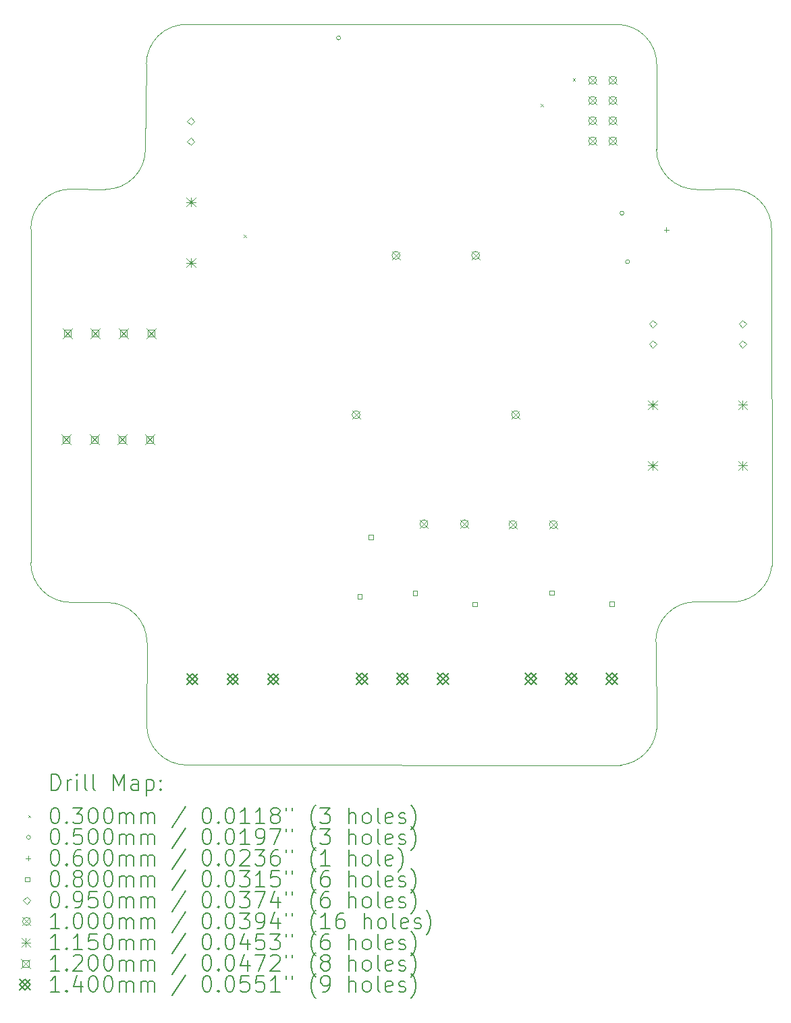
<source format=gbr>
%TF.GenerationSoftware,KiCad,Pcbnew,9.0.6*%
%TF.CreationDate,2025-11-29T13:29:29+01:00*%
%TF.ProjectId,AMN_230V_pcb,414d4e5f-3233-4305-965f-7063622e6b69,rev?*%
%TF.SameCoordinates,Original*%
%TF.FileFunction,Drillmap*%
%TF.FilePolarity,Positive*%
%FSLAX45Y45*%
G04 Gerber Fmt 4.5, Leading zero omitted, Abs format (unit mm)*
G04 Created by KiCad (PCBNEW 9.0.6) date 2025-11-29 13:29:29*
%MOMM*%
%LPD*%
G01*
G04 APERTURE LIST*
%ADD10C,0.050000*%
%ADD11C,0.200000*%
%ADD12C,0.100000*%
%ADD13C,0.115000*%
%ADD14C,0.120000*%
%ADD15C,0.140000*%
G04 APERTURE END LIST*
D10*
X14333553Y-7556447D02*
G75*
G02*
X13833553Y-7056447I-3J499997D01*
G01*
X5983553Y-8053553D02*
G75*
G02*
X6483553Y-7553553I500000J0D01*
G01*
X7933553Y-5485000D02*
X13336447Y-5485553D01*
X14776450Y-7553553D02*
X14333553Y-7556447D01*
X7421447Y-7056447D02*
G75*
G02*
X6921447Y-7556447I-500000J0D01*
G01*
X7441446Y-13243553D02*
X7438553Y-14283447D01*
X14829683Y-12734683D02*
X14323553Y-12735003D01*
X13833553Y-7056447D02*
X13836447Y-5985550D01*
X13384683Y-14784683D02*
X7938550Y-14783447D01*
X14776447Y-7553553D02*
G75*
G02*
X15276447Y-8053553I3J-499997D01*
G01*
X13823553Y-13235000D02*
X13834683Y-14334683D01*
X13336447Y-5485553D02*
G75*
G02*
X13836447Y-5985553I3J-499997D01*
G01*
X15279683Y-12284682D02*
X15276447Y-8053553D01*
X13834683Y-14334683D02*
G75*
G02*
X13384683Y-14784683I-500003J50003D01*
G01*
X7421447Y-7056447D02*
X7433553Y-5985000D01*
X6483553Y-12741447D02*
G75*
G02*
X5983553Y-12241447I-3J499997D01*
G01*
X6483553Y-7553553D02*
X6921447Y-7556447D01*
X5983553Y-12241447D02*
X5983553Y-8053553D01*
X7433553Y-5985000D02*
G75*
G02*
X7933553Y-5485003I499997J0D01*
G01*
X6941450Y-12743553D02*
X6483553Y-12741447D01*
X13823553Y-13235000D02*
G75*
G02*
X14323553Y-12735003I499997J0D01*
G01*
X15279683Y-12284683D02*
G75*
G02*
X14829683Y-12734683I-500003J50003D01*
G01*
X7938553Y-14783447D02*
G75*
G02*
X7438553Y-14283447I-3J499997D01*
G01*
X6941447Y-12743553D02*
G75*
G02*
X7441447Y-13243553I3J-499997D01*
G01*
D11*
D12*
X8655000Y-8125000D02*
X8685000Y-8155000D01*
X8685000Y-8125000D02*
X8655000Y-8155000D01*
X12380000Y-6485000D02*
X12410000Y-6515000D01*
X12410000Y-6485000D02*
X12380000Y-6515000D01*
X12785000Y-6165000D02*
X12815000Y-6195000D01*
X12815000Y-6165000D02*
X12785000Y-6195000D01*
X9870000Y-5655000D02*
G75*
G02*
X9820000Y-5655000I-25000J0D01*
G01*
X9820000Y-5655000D02*
G75*
G02*
X9870000Y-5655000I25000J0D01*
G01*
X13425000Y-7855000D02*
G75*
G02*
X13375000Y-7855000I-25000J0D01*
G01*
X13375000Y-7855000D02*
G75*
G02*
X13425000Y-7855000I25000J0D01*
G01*
X13495000Y-8465000D02*
G75*
G02*
X13445000Y-8465000I-25000J0D01*
G01*
X13445000Y-8465000D02*
G75*
G02*
X13495000Y-8465000I25000J0D01*
G01*
X13955000Y-8035000D02*
X13955000Y-8095000D01*
X13925000Y-8065000D02*
X13985000Y-8065000D01*
X10138285Y-12698284D02*
X10138285Y-12641715D01*
X10081716Y-12641715D01*
X10081716Y-12698284D01*
X10138285Y-12698284D01*
X10278285Y-11948284D02*
X10278285Y-11891715D01*
X10221716Y-11891715D01*
X10221716Y-11948284D01*
X10278285Y-11948284D01*
X10833285Y-12653284D02*
X10833285Y-12596715D01*
X10776716Y-12596715D01*
X10776716Y-12653284D01*
X10833285Y-12653284D01*
X11583284Y-12793284D02*
X11583284Y-12736715D01*
X11526715Y-12736715D01*
X11526715Y-12793284D01*
X11583284Y-12793284D01*
X12548284Y-12648284D02*
X12548284Y-12591715D01*
X12491715Y-12591715D01*
X12491715Y-12648284D01*
X12548284Y-12648284D01*
X13298284Y-12788284D02*
X13298284Y-12731715D01*
X13241715Y-12731715D01*
X13241715Y-12788284D01*
X13298284Y-12788284D01*
X7992250Y-6747250D02*
X8039750Y-6699750D01*
X7992250Y-6652250D01*
X7944750Y-6699750D01*
X7992250Y-6747250D01*
X7992250Y-7001250D02*
X8039750Y-6953750D01*
X7992250Y-6906250D01*
X7944750Y-6953750D01*
X7992250Y-7001250D01*
X13787250Y-9294500D02*
X13834750Y-9247000D01*
X13787250Y-9199500D01*
X13739750Y-9247000D01*
X13787250Y-9294500D01*
X13787250Y-9548500D02*
X13834750Y-9501000D01*
X13787250Y-9453500D01*
X13739750Y-9501000D01*
X13787250Y-9548500D01*
X14915000Y-9294500D02*
X14962500Y-9247000D01*
X14915000Y-9199500D01*
X14867500Y-9247000D01*
X14915000Y-9294500D01*
X14915000Y-9548500D02*
X14962500Y-9501000D01*
X14915000Y-9453500D01*
X14867500Y-9501000D01*
X14915000Y-9548500D01*
X10015000Y-10335000D02*
X10115000Y-10435000D01*
X10115000Y-10335000D02*
X10015000Y-10435000D01*
X10115000Y-10385000D02*
G75*
G02*
X10015000Y-10385000I-50000J0D01*
G01*
X10015000Y-10385000D02*
G75*
G02*
X10115000Y-10385000I50000J0D01*
G01*
X10515000Y-8335000D02*
X10615000Y-8435000D01*
X10615000Y-8335000D02*
X10515000Y-8435000D01*
X10615000Y-8385000D02*
G75*
G02*
X10515000Y-8385000I-50000J0D01*
G01*
X10515000Y-8385000D02*
G75*
G02*
X10615000Y-8385000I50000J0D01*
G01*
X10866000Y-11705000D02*
X10966000Y-11805000D01*
X10966000Y-11705000D02*
X10866000Y-11805000D01*
X10966000Y-11755000D02*
G75*
G02*
X10866000Y-11755000I-50000J0D01*
G01*
X10866000Y-11755000D02*
G75*
G02*
X10966000Y-11755000I50000J0D01*
G01*
X11374000Y-11705000D02*
X11474000Y-11805000D01*
X11474000Y-11705000D02*
X11374000Y-11805000D01*
X11474000Y-11755000D02*
G75*
G02*
X11374000Y-11755000I-50000J0D01*
G01*
X11374000Y-11755000D02*
G75*
G02*
X11474000Y-11755000I50000J0D01*
G01*
X11515000Y-8335000D02*
X11615000Y-8435000D01*
X11615000Y-8335000D02*
X11515000Y-8435000D01*
X11615000Y-8385000D02*
G75*
G02*
X11515000Y-8385000I-50000J0D01*
G01*
X11515000Y-8385000D02*
G75*
G02*
X11615000Y-8385000I50000J0D01*
G01*
X11981000Y-11715000D02*
X12081000Y-11815000D01*
X12081000Y-11715000D02*
X11981000Y-11815000D01*
X12081000Y-11765000D02*
G75*
G02*
X11981000Y-11765000I-50000J0D01*
G01*
X11981000Y-11765000D02*
G75*
G02*
X12081000Y-11765000I50000J0D01*
G01*
X12015000Y-10335000D02*
X12115000Y-10435000D01*
X12115000Y-10335000D02*
X12015000Y-10435000D01*
X12115000Y-10385000D02*
G75*
G02*
X12015000Y-10385000I-50000J0D01*
G01*
X12015000Y-10385000D02*
G75*
G02*
X12115000Y-10385000I50000J0D01*
G01*
X12489000Y-11715000D02*
X12589000Y-11815000D01*
X12589000Y-11715000D02*
X12489000Y-11815000D01*
X12589000Y-11765000D02*
G75*
G02*
X12489000Y-11765000I-50000J0D01*
G01*
X12489000Y-11765000D02*
G75*
G02*
X12589000Y-11765000I50000J0D01*
G01*
X12981000Y-6135000D02*
X13081000Y-6235000D01*
X13081000Y-6135000D02*
X12981000Y-6235000D01*
X13081000Y-6185000D02*
G75*
G02*
X12981000Y-6185000I-50000J0D01*
G01*
X12981000Y-6185000D02*
G75*
G02*
X13081000Y-6185000I50000J0D01*
G01*
X12981000Y-6389000D02*
X13081000Y-6489000D01*
X13081000Y-6389000D02*
X12981000Y-6489000D01*
X13081000Y-6439000D02*
G75*
G02*
X12981000Y-6439000I-50000J0D01*
G01*
X12981000Y-6439000D02*
G75*
G02*
X13081000Y-6439000I50000J0D01*
G01*
X12981000Y-6643000D02*
X13081000Y-6743000D01*
X13081000Y-6643000D02*
X12981000Y-6743000D01*
X13081000Y-6693000D02*
G75*
G02*
X12981000Y-6693000I-50000J0D01*
G01*
X12981000Y-6693000D02*
G75*
G02*
X13081000Y-6693000I50000J0D01*
G01*
X12981000Y-6897000D02*
X13081000Y-6997000D01*
X13081000Y-6897000D02*
X12981000Y-6997000D01*
X13081000Y-6947000D02*
G75*
G02*
X12981000Y-6947000I-50000J0D01*
G01*
X12981000Y-6947000D02*
G75*
G02*
X13081000Y-6947000I50000J0D01*
G01*
X13235000Y-6135000D02*
X13335000Y-6235000D01*
X13335000Y-6135000D02*
X13235000Y-6235000D01*
X13335000Y-6185000D02*
G75*
G02*
X13235000Y-6185000I-50000J0D01*
G01*
X13235000Y-6185000D02*
G75*
G02*
X13335000Y-6185000I50000J0D01*
G01*
X13235000Y-6389000D02*
X13335000Y-6489000D01*
X13335000Y-6389000D02*
X13235000Y-6489000D01*
X13335000Y-6439000D02*
G75*
G02*
X13235000Y-6439000I-50000J0D01*
G01*
X13235000Y-6439000D02*
G75*
G02*
X13335000Y-6439000I50000J0D01*
G01*
X13235000Y-6643000D02*
X13335000Y-6743000D01*
X13335000Y-6643000D02*
X13235000Y-6743000D01*
X13335000Y-6693000D02*
G75*
G02*
X13235000Y-6693000I-50000J0D01*
G01*
X13235000Y-6693000D02*
G75*
G02*
X13335000Y-6693000I50000J0D01*
G01*
X13235000Y-6897000D02*
X13335000Y-6997000D01*
X13335000Y-6897000D02*
X13235000Y-6997000D01*
X13335000Y-6947000D02*
G75*
G02*
X13235000Y-6947000I-50000J0D01*
G01*
X13235000Y-6947000D02*
G75*
G02*
X13335000Y-6947000I50000J0D01*
G01*
D13*
X7934750Y-7658250D02*
X8049750Y-7773250D01*
X8049750Y-7658250D02*
X7934750Y-7773250D01*
X7992250Y-7658250D02*
X7992250Y-7773250D01*
X7934750Y-7715750D02*
X8049750Y-7715750D01*
X7934750Y-8420250D02*
X8049750Y-8535250D01*
X8049750Y-8420250D02*
X7934750Y-8535250D01*
X7992250Y-8420250D02*
X7992250Y-8535250D01*
X7934750Y-8477750D02*
X8049750Y-8477750D01*
X13729750Y-10205500D02*
X13844750Y-10320500D01*
X13844750Y-10205500D02*
X13729750Y-10320500D01*
X13787250Y-10205500D02*
X13787250Y-10320500D01*
X13729750Y-10263000D02*
X13844750Y-10263000D01*
X13729750Y-10967500D02*
X13844750Y-11082500D01*
X13844750Y-10967500D02*
X13729750Y-11082500D01*
X13787250Y-10967500D02*
X13787250Y-11082500D01*
X13729750Y-11025000D02*
X13844750Y-11025000D01*
X14857500Y-10205500D02*
X14972500Y-10320500D01*
X14972500Y-10205500D02*
X14857500Y-10320500D01*
X14915000Y-10205500D02*
X14915000Y-10320500D01*
X14857500Y-10263000D02*
X14972500Y-10263000D01*
X14857500Y-10967500D02*
X14972500Y-11082500D01*
X14972500Y-10967500D02*
X14857500Y-11082500D01*
X14915000Y-10967500D02*
X14915000Y-11082500D01*
X14857500Y-11025000D02*
X14972500Y-11025000D01*
D14*
X6370000Y-10635000D02*
X6490000Y-10755000D01*
X6490000Y-10635000D02*
X6370000Y-10755000D01*
X6472427Y-10737427D02*
X6472427Y-10652573D01*
X6387573Y-10652573D01*
X6387573Y-10737427D01*
X6472427Y-10737427D01*
X6385000Y-9305000D02*
X6505000Y-9425000D01*
X6505000Y-9305000D02*
X6385000Y-9425000D01*
X6487427Y-9407427D02*
X6487427Y-9322573D01*
X6402573Y-9322573D01*
X6402573Y-9407427D01*
X6487427Y-9407427D01*
X6720000Y-10635000D02*
X6840000Y-10755000D01*
X6840000Y-10635000D02*
X6720000Y-10755000D01*
X6822427Y-10737427D02*
X6822427Y-10652573D01*
X6737573Y-10652573D01*
X6737573Y-10737427D01*
X6822427Y-10737427D01*
X6735000Y-9305000D02*
X6855000Y-9425000D01*
X6855000Y-9305000D02*
X6735000Y-9425000D01*
X6837427Y-9407427D02*
X6837427Y-9322573D01*
X6752573Y-9322573D01*
X6752573Y-9407427D01*
X6837427Y-9407427D01*
X7070000Y-10635000D02*
X7190000Y-10755000D01*
X7190000Y-10635000D02*
X7070000Y-10755000D01*
X7172427Y-10737427D02*
X7172427Y-10652573D01*
X7087573Y-10652573D01*
X7087573Y-10737427D01*
X7172427Y-10737427D01*
X7085000Y-9305000D02*
X7205000Y-9425000D01*
X7205000Y-9305000D02*
X7085000Y-9425000D01*
X7187427Y-9407427D02*
X7187427Y-9322573D01*
X7102573Y-9322573D01*
X7102573Y-9407427D01*
X7187427Y-9407427D01*
X7420000Y-10635000D02*
X7540000Y-10755000D01*
X7540000Y-10635000D02*
X7420000Y-10755000D01*
X7522427Y-10737427D02*
X7522427Y-10652573D01*
X7437573Y-10652573D01*
X7437573Y-10737427D01*
X7522427Y-10737427D01*
X7435000Y-9305000D02*
X7555000Y-9425000D01*
X7555000Y-9305000D02*
X7435000Y-9425000D01*
X7537427Y-9407427D02*
X7537427Y-9322573D01*
X7452573Y-9322573D01*
X7452573Y-9407427D01*
X7537427Y-9407427D01*
D15*
X7939000Y-13635000D02*
X8079000Y-13775000D01*
X8079000Y-13635000D02*
X7939000Y-13775000D01*
X8009000Y-13775000D02*
X8079000Y-13705000D01*
X8009000Y-13635000D01*
X7939000Y-13705000D01*
X8009000Y-13775000D01*
X8447000Y-13635000D02*
X8587000Y-13775000D01*
X8587000Y-13635000D02*
X8447000Y-13775000D01*
X8517000Y-13775000D02*
X8587000Y-13705000D01*
X8517000Y-13635000D01*
X8447000Y-13705000D01*
X8517000Y-13775000D01*
X8955000Y-13635000D02*
X9095000Y-13775000D01*
X9095000Y-13635000D02*
X8955000Y-13775000D01*
X9025000Y-13775000D02*
X9095000Y-13705000D01*
X9025000Y-13635000D01*
X8955000Y-13705000D01*
X9025000Y-13775000D01*
X10069000Y-13630000D02*
X10209000Y-13770000D01*
X10209000Y-13630000D02*
X10069000Y-13770000D01*
X10139000Y-13770000D02*
X10209000Y-13700000D01*
X10139000Y-13630000D01*
X10069000Y-13700000D01*
X10139000Y-13770000D01*
X10577000Y-13630000D02*
X10717000Y-13770000D01*
X10717000Y-13630000D02*
X10577000Y-13770000D01*
X10647000Y-13770000D02*
X10717000Y-13700000D01*
X10647000Y-13630000D01*
X10577000Y-13700000D01*
X10647000Y-13770000D01*
X11085000Y-13630000D02*
X11225000Y-13770000D01*
X11225000Y-13630000D02*
X11085000Y-13770000D01*
X11155000Y-13770000D02*
X11225000Y-13700000D01*
X11155000Y-13630000D01*
X11085000Y-13700000D01*
X11155000Y-13770000D01*
X12189000Y-13630000D02*
X12329000Y-13770000D01*
X12329000Y-13630000D02*
X12189000Y-13770000D01*
X12259000Y-13770000D02*
X12329000Y-13700000D01*
X12259000Y-13630000D01*
X12189000Y-13700000D01*
X12259000Y-13770000D01*
X12697000Y-13630000D02*
X12837000Y-13770000D01*
X12837000Y-13630000D02*
X12697000Y-13770000D01*
X12767000Y-13770000D02*
X12837000Y-13700000D01*
X12767000Y-13630000D01*
X12697000Y-13700000D01*
X12767000Y-13770000D01*
X13205000Y-13630000D02*
X13345000Y-13770000D01*
X13345000Y-13630000D02*
X13205000Y-13770000D01*
X13275000Y-13770000D02*
X13345000Y-13700000D01*
X13275000Y-13630000D01*
X13205000Y-13700000D01*
X13275000Y-13770000D01*
D11*
X6241830Y-15098667D02*
X6241830Y-14898667D01*
X6241830Y-14898667D02*
X6289449Y-14898667D01*
X6289449Y-14898667D02*
X6318021Y-14908191D01*
X6318021Y-14908191D02*
X6337068Y-14927238D01*
X6337068Y-14927238D02*
X6346592Y-14946286D01*
X6346592Y-14946286D02*
X6356116Y-14984381D01*
X6356116Y-14984381D02*
X6356116Y-15012953D01*
X6356116Y-15012953D02*
X6346592Y-15051048D01*
X6346592Y-15051048D02*
X6337068Y-15070095D01*
X6337068Y-15070095D02*
X6318021Y-15089143D01*
X6318021Y-15089143D02*
X6289449Y-15098667D01*
X6289449Y-15098667D02*
X6241830Y-15098667D01*
X6441830Y-15098667D02*
X6441830Y-14965334D01*
X6441830Y-15003429D02*
X6451354Y-14984381D01*
X6451354Y-14984381D02*
X6460878Y-14974857D01*
X6460878Y-14974857D02*
X6479925Y-14965334D01*
X6479925Y-14965334D02*
X6498973Y-14965334D01*
X6565640Y-15098667D02*
X6565640Y-14965334D01*
X6565640Y-14898667D02*
X6556116Y-14908191D01*
X6556116Y-14908191D02*
X6565640Y-14917715D01*
X6565640Y-14917715D02*
X6575163Y-14908191D01*
X6575163Y-14908191D02*
X6565640Y-14898667D01*
X6565640Y-14898667D02*
X6565640Y-14917715D01*
X6689449Y-15098667D02*
X6670402Y-15089143D01*
X6670402Y-15089143D02*
X6660878Y-15070095D01*
X6660878Y-15070095D02*
X6660878Y-14898667D01*
X6794211Y-15098667D02*
X6775163Y-15089143D01*
X6775163Y-15089143D02*
X6765640Y-15070095D01*
X6765640Y-15070095D02*
X6765640Y-14898667D01*
X7022783Y-15098667D02*
X7022783Y-14898667D01*
X7022783Y-14898667D02*
X7089449Y-15041524D01*
X7089449Y-15041524D02*
X7156116Y-14898667D01*
X7156116Y-14898667D02*
X7156116Y-15098667D01*
X7337068Y-15098667D02*
X7337068Y-14993905D01*
X7337068Y-14993905D02*
X7327544Y-14974857D01*
X7327544Y-14974857D02*
X7308497Y-14965334D01*
X7308497Y-14965334D02*
X7270402Y-14965334D01*
X7270402Y-14965334D02*
X7251354Y-14974857D01*
X7337068Y-15089143D02*
X7318021Y-15098667D01*
X7318021Y-15098667D02*
X7270402Y-15098667D01*
X7270402Y-15098667D02*
X7251354Y-15089143D01*
X7251354Y-15089143D02*
X7241830Y-15070095D01*
X7241830Y-15070095D02*
X7241830Y-15051048D01*
X7241830Y-15051048D02*
X7251354Y-15032000D01*
X7251354Y-15032000D02*
X7270402Y-15022476D01*
X7270402Y-15022476D02*
X7318021Y-15022476D01*
X7318021Y-15022476D02*
X7337068Y-15012953D01*
X7432306Y-14965334D02*
X7432306Y-15165334D01*
X7432306Y-14974857D02*
X7451354Y-14965334D01*
X7451354Y-14965334D02*
X7489449Y-14965334D01*
X7489449Y-14965334D02*
X7508497Y-14974857D01*
X7508497Y-14974857D02*
X7518021Y-14984381D01*
X7518021Y-14984381D02*
X7527544Y-15003429D01*
X7527544Y-15003429D02*
X7527544Y-15060572D01*
X7527544Y-15060572D02*
X7518021Y-15079619D01*
X7518021Y-15079619D02*
X7508497Y-15089143D01*
X7508497Y-15089143D02*
X7489449Y-15098667D01*
X7489449Y-15098667D02*
X7451354Y-15098667D01*
X7451354Y-15098667D02*
X7432306Y-15089143D01*
X7613259Y-15079619D02*
X7622783Y-15089143D01*
X7622783Y-15089143D02*
X7613259Y-15098667D01*
X7613259Y-15098667D02*
X7603735Y-15089143D01*
X7603735Y-15089143D02*
X7613259Y-15079619D01*
X7613259Y-15079619D02*
X7613259Y-15098667D01*
X7613259Y-14974857D02*
X7622783Y-14984381D01*
X7622783Y-14984381D02*
X7613259Y-14993905D01*
X7613259Y-14993905D02*
X7603735Y-14984381D01*
X7603735Y-14984381D02*
X7613259Y-14974857D01*
X7613259Y-14974857D02*
X7613259Y-14993905D01*
D12*
X5951053Y-15412183D02*
X5981053Y-15442183D01*
X5981053Y-15412183D02*
X5951053Y-15442183D01*
D11*
X6279925Y-15318667D02*
X6298973Y-15318667D01*
X6298973Y-15318667D02*
X6318021Y-15328191D01*
X6318021Y-15328191D02*
X6327544Y-15337715D01*
X6327544Y-15337715D02*
X6337068Y-15356762D01*
X6337068Y-15356762D02*
X6346592Y-15394857D01*
X6346592Y-15394857D02*
X6346592Y-15442476D01*
X6346592Y-15442476D02*
X6337068Y-15480572D01*
X6337068Y-15480572D02*
X6327544Y-15499619D01*
X6327544Y-15499619D02*
X6318021Y-15509143D01*
X6318021Y-15509143D02*
X6298973Y-15518667D01*
X6298973Y-15518667D02*
X6279925Y-15518667D01*
X6279925Y-15518667D02*
X6260878Y-15509143D01*
X6260878Y-15509143D02*
X6251354Y-15499619D01*
X6251354Y-15499619D02*
X6241830Y-15480572D01*
X6241830Y-15480572D02*
X6232306Y-15442476D01*
X6232306Y-15442476D02*
X6232306Y-15394857D01*
X6232306Y-15394857D02*
X6241830Y-15356762D01*
X6241830Y-15356762D02*
X6251354Y-15337715D01*
X6251354Y-15337715D02*
X6260878Y-15328191D01*
X6260878Y-15328191D02*
X6279925Y-15318667D01*
X6432306Y-15499619D02*
X6441830Y-15509143D01*
X6441830Y-15509143D02*
X6432306Y-15518667D01*
X6432306Y-15518667D02*
X6422783Y-15509143D01*
X6422783Y-15509143D02*
X6432306Y-15499619D01*
X6432306Y-15499619D02*
X6432306Y-15518667D01*
X6508497Y-15318667D02*
X6632306Y-15318667D01*
X6632306Y-15318667D02*
X6565640Y-15394857D01*
X6565640Y-15394857D02*
X6594211Y-15394857D01*
X6594211Y-15394857D02*
X6613259Y-15404381D01*
X6613259Y-15404381D02*
X6622783Y-15413905D01*
X6622783Y-15413905D02*
X6632306Y-15432953D01*
X6632306Y-15432953D02*
X6632306Y-15480572D01*
X6632306Y-15480572D02*
X6622783Y-15499619D01*
X6622783Y-15499619D02*
X6613259Y-15509143D01*
X6613259Y-15509143D02*
X6594211Y-15518667D01*
X6594211Y-15518667D02*
X6537068Y-15518667D01*
X6537068Y-15518667D02*
X6518021Y-15509143D01*
X6518021Y-15509143D02*
X6508497Y-15499619D01*
X6756116Y-15318667D02*
X6775164Y-15318667D01*
X6775164Y-15318667D02*
X6794211Y-15328191D01*
X6794211Y-15328191D02*
X6803735Y-15337715D01*
X6803735Y-15337715D02*
X6813259Y-15356762D01*
X6813259Y-15356762D02*
X6822783Y-15394857D01*
X6822783Y-15394857D02*
X6822783Y-15442476D01*
X6822783Y-15442476D02*
X6813259Y-15480572D01*
X6813259Y-15480572D02*
X6803735Y-15499619D01*
X6803735Y-15499619D02*
X6794211Y-15509143D01*
X6794211Y-15509143D02*
X6775164Y-15518667D01*
X6775164Y-15518667D02*
X6756116Y-15518667D01*
X6756116Y-15518667D02*
X6737068Y-15509143D01*
X6737068Y-15509143D02*
X6727544Y-15499619D01*
X6727544Y-15499619D02*
X6718021Y-15480572D01*
X6718021Y-15480572D02*
X6708497Y-15442476D01*
X6708497Y-15442476D02*
X6708497Y-15394857D01*
X6708497Y-15394857D02*
X6718021Y-15356762D01*
X6718021Y-15356762D02*
X6727544Y-15337715D01*
X6727544Y-15337715D02*
X6737068Y-15328191D01*
X6737068Y-15328191D02*
X6756116Y-15318667D01*
X6946592Y-15318667D02*
X6965640Y-15318667D01*
X6965640Y-15318667D02*
X6984687Y-15328191D01*
X6984687Y-15328191D02*
X6994211Y-15337715D01*
X6994211Y-15337715D02*
X7003735Y-15356762D01*
X7003735Y-15356762D02*
X7013259Y-15394857D01*
X7013259Y-15394857D02*
X7013259Y-15442476D01*
X7013259Y-15442476D02*
X7003735Y-15480572D01*
X7003735Y-15480572D02*
X6994211Y-15499619D01*
X6994211Y-15499619D02*
X6984687Y-15509143D01*
X6984687Y-15509143D02*
X6965640Y-15518667D01*
X6965640Y-15518667D02*
X6946592Y-15518667D01*
X6946592Y-15518667D02*
X6927544Y-15509143D01*
X6927544Y-15509143D02*
X6918021Y-15499619D01*
X6918021Y-15499619D02*
X6908497Y-15480572D01*
X6908497Y-15480572D02*
X6898973Y-15442476D01*
X6898973Y-15442476D02*
X6898973Y-15394857D01*
X6898973Y-15394857D02*
X6908497Y-15356762D01*
X6908497Y-15356762D02*
X6918021Y-15337715D01*
X6918021Y-15337715D02*
X6927544Y-15328191D01*
X6927544Y-15328191D02*
X6946592Y-15318667D01*
X7098973Y-15518667D02*
X7098973Y-15385334D01*
X7098973Y-15404381D02*
X7108497Y-15394857D01*
X7108497Y-15394857D02*
X7127544Y-15385334D01*
X7127544Y-15385334D02*
X7156116Y-15385334D01*
X7156116Y-15385334D02*
X7175164Y-15394857D01*
X7175164Y-15394857D02*
X7184687Y-15413905D01*
X7184687Y-15413905D02*
X7184687Y-15518667D01*
X7184687Y-15413905D02*
X7194211Y-15394857D01*
X7194211Y-15394857D02*
X7213259Y-15385334D01*
X7213259Y-15385334D02*
X7241830Y-15385334D01*
X7241830Y-15385334D02*
X7260878Y-15394857D01*
X7260878Y-15394857D02*
X7270402Y-15413905D01*
X7270402Y-15413905D02*
X7270402Y-15518667D01*
X7365640Y-15518667D02*
X7365640Y-15385334D01*
X7365640Y-15404381D02*
X7375164Y-15394857D01*
X7375164Y-15394857D02*
X7394211Y-15385334D01*
X7394211Y-15385334D02*
X7422783Y-15385334D01*
X7422783Y-15385334D02*
X7441830Y-15394857D01*
X7441830Y-15394857D02*
X7451354Y-15413905D01*
X7451354Y-15413905D02*
X7451354Y-15518667D01*
X7451354Y-15413905D02*
X7460878Y-15394857D01*
X7460878Y-15394857D02*
X7479925Y-15385334D01*
X7479925Y-15385334D02*
X7508497Y-15385334D01*
X7508497Y-15385334D02*
X7527545Y-15394857D01*
X7527545Y-15394857D02*
X7537068Y-15413905D01*
X7537068Y-15413905D02*
X7537068Y-15518667D01*
X7927545Y-15309143D02*
X7756116Y-15566286D01*
X8184687Y-15318667D02*
X8203735Y-15318667D01*
X8203735Y-15318667D02*
X8222783Y-15328191D01*
X8222783Y-15328191D02*
X8232307Y-15337715D01*
X8232307Y-15337715D02*
X8241830Y-15356762D01*
X8241830Y-15356762D02*
X8251354Y-15394857D01*
X8251354Y-15394857D02*
X8251354Y-15442476D01*
X8251354Y-15442476D02*
X8241830Y-15480572D01*
X8241830Y-15480572D02*
X8232307Y-15499619D01*
X8232307Y-15499619D02*
X8222783Y-15509143D01*
X8222783Y-15509143D02*
X8203735Y-15518667D01*
X8203735Y-15518667D02*
X8184687Y-15518667D01*
X8184687Y-15518667D02*
X8165640Y-15509143D01*
X8165640Y-15509143D02*
X8156116Y-15499619D01*
X8156116Y-15499619D02*
X8146592Y-15480572D01*
X8146592Y-15480572D02*
X8137068Y-15442476D01*
X8137068Y-15442476D02*
X8137068Y-15394857D01*
X8137068Y-15394857D02*
X8146592Y-15356762D01*
X8146592Y-15356762D02*
X8156116Y-15337715D01*
X8156116Y-15337715D02*
X8165640Y-15328191D01*
X8165640Y-15328191D02*
X8184687Y-15318667D01*
X8337068Y-15499619D02*
X8346592Y-15509143D01*
X8346592Y-15509143D02*
X8337068Y-15518667D01*
X8337068Y-15518667D02*
X8327545Y-15509143D01*
X8327545Y-15509143D02*
X8337068Y-15499619D01*
X8337068Y-15499619D02*
X8337068Y-15518667D01*
X8470402Y-15318667D02*
X8489450Y-15318667D01*
X8489450Y-15318667D02*
X8508497Y-15328191D01*
X8508497Y-15328191D02*
X8518021Y-15337715D01*
X8518021Y-15337715D02*
X8527545Y-15356762D01*
X8527545Y-15356762D02*
X8537069Y-15394857D01*
X8537069Y-15394857D02*
X8537069Y-15442476D01*
X8537069Y-15442476D02*
X8527545Y-15480572D01*
X8527545Y-15480572D02*
X8518021Y-15499619D01*
X8518021Y-15499619D02*
X8508497Y-15509143D01*
X8508497Y-15509143D02*
X8489450Y-15518667D01*
X8489450Y-15518667D02*
X8470402Y-15518667D01*
X8470402Y-15518667D02*
X8451354Y-15509143D01*
X8451354Y-15509143D02*
X8441830Y-15499619D01*
X8441830Y-15499619D02*
X8432307Y-15480572D01*
X8432307Y-15480572D02*
X8422783Y-15442476D01*
X8422783Y-15442476D02*
X8422783Y-15394857D01*
X8422783Y-15394857D02*
X8432307Y-15356762D01*
X8432307Y-15356762D02*
X8441830Y-15337715D01*
X8441830Y-15337715D02*
X8451354Y-15328191D01*
X8451354Y-15328191D02*
X8470402Y-15318667D01*
X8727545Y-15518667D02*
X8613259Y-15518667D01*
X8670402Y-15518667D02*
X8670402Y-15318667D01*
X8670402Y-15318667D02*
X8651354Y-15347238D01*
X8651354Y-15347238D02*
X8632307Y-15366286D01*
X8632307Y-15366286D02*
X8613259Y-15375810D01*
X8918021Y-15518667D02*
X8803735Y-15518667D01*
X8860878Y-15518667D02*
X8860878Y-15318667D01*
X8860878Y-15318667D02*
X8841830Y-15347238D01*
X8841830Y-15347238D02*
X8822783Y-15366286D01*
X8822783Y-15366286D02*
X8803735Y-15375810D01*
X9032307Y-15404381D02*
X9013259Y-15394857D01*
X9013259Y-15394857D02*
X9003735Y-15385334D01*
X9003735Y-15385334D02*
X8994211Y-15366286D01*
X8994211Y-15366286D02*
X8994211Y-15356762D01*
X8994211Y-15356762D02*
X9003735Y-15337715D01*
X9003735Y-15337715D02*
X9013259Y-15328191D01*
X9013259Y-15328191D02*
X9032307Y-15318667D01*
X9032307Y-15318667D02*
X9070402Y-15318667D01*
X9070402Y-15318667D02*
X9089450Y-15328191D01*
X9089450Y-15328191D02*
X9098973Y-15337715D01*
X9098973Y-15337715D02*
X9108497Y-15356762D01*
X9108497Y-15356762D02*
X9108497Y-15366286D01*
X9108497Y-15366286D02*
X9098973Y-15385334D01*
X9098973Y-15385334D02*
X9089450Y-15394857D01*
X9089450Y-15394857D02*
X9070402Y-15404381D01*
X9070402Y-15404381D02*
X9032307Y-15404381D01*
X9032307Y-15404381D02*
X9013259Y-15413905D01*
X9013259Y-15413905D02*
X9003735Y-15423429D01*
X9003735Y-15423429D02*
X8994211Y-15442476D01*
X8994211Y-15442476D02*
X8994211Y-15480572D01*
X8994211Y-15480572D02*
X9003735Y-15499619D01*
X9003735Y-15499619D02*
X9013259Y-15509143D01*
X9013259Y-15509143D02*
X9032307Y-15518667D01*
X9032307Y-15518667D02*
X9070402Y-15518667D01*
X9070402Y-15518667D02*
X9089450Y-15509143D01*
X9089450Y-15509143D02*
X9098973Y-15499619D01*
X9098973Y-15499619D02*
X9108497Y-15480572D01*
X9108497Y-15480572D02*
X9108497Y-15442476D01*
X9108497Y-15442476D02*
X9098973Y-15423429D01*
X9098973Y-15423429D02*
X9089450Y-15413905D01*
X9089450Y-15413905D02*
X9070402Y-15404381D01*
X9184688Y-15318667D02*
X9184688Y-15356762D01*
X9260878Y-15318667D02*
X9260878Y-15356762D01*
X9556116Y-15594857D02*
X9546592Y-15585334D01*
X9546592Y-15585334D02*
X9527545Y-15556762D01*
X9527545Y-15556762D02*
X9518021Y-15537715D01*
X9518021Y-15537715D02*
X9508497Y-15509143D01*
X9508497Y-15509143D02*
X9498973Y-15461524D01*
X9498973Y-15461524D02*
X9498973Y-15423429D01*
X9498973Y-15423429D02*
X9508497Y-15375810D01*
X9508497Y-15375810D02*
X9518021Y-15347238D01*
X9518021Y-15347238D02*
X9527545Y-15328191D01*
X9527545Y-15328191D02*
X9546592Y-15299619D01*
X9546592Y-15299619D02*
X9556116Y-15290095D01*
X9613259Y-15318667D02*
X9737069Y-15318667D01*
X9737069Y-15318667D02*
X9670402Y-15394857D01*
X9670402Y-15394857D02*
X9698973Y-15394857D01*
X9698973Y-15394857D02*
X9718021Y-15404381D01*
X9718021Y-15404381D02*
X9727545Y-15413905D01*
X9727545Y-15413905D02*
X9737069Y-15432953D01*
X9737069Y-15432953D02*
X9737069Y-15480572D01*
X9737069Y-15480572D02*
X9727545Y-15499619D01*
X9727545Y-15499619D02*
X9718021Y-15509143D01*
X9718021Y-15509143D02*
X9698973Y-15518667D01*
X9698973Y-15518667D02*
X9641831Y-15518667D01*
X9641831Y-15518667D02*
X9622783Y-15509143D01*
X9622783Y-15509143D02*
X9613259Y-15499619D01*
X9975164Y-15518667D02*
X9975164Y-15318667D01*
X10060878Y-15518667D02*
X10060878Y-15413905D01*
X10060878Y-15413905D02*
X10051354Y-15394857D01*
X10051354Y-15394857D02*
X10032307Y-15385334D01*
X10032307Y-15385334D02*
X10003735Y-15385334D01*
X10003735Y-15385334D02*
X9984688Y-15394857D01*
X9984688Y-15394857D02*
X9975164Y-15404381D01*
X10184688Y-15518667D02*
X10165640Y-15509143D01*
X10165640Y-15509143D02*
X10156116Y-15499619D01*
X10156116Y-15499619D02*
X10146593Y-15480572D01*
X10146593Y-15480572D02*
X10146593Y-15423429D01*
X10146593Y-15423429D02*
X10156116Y-15404381D01*
X10156116Y-15404381D02*
X10165640Y-15394857D01*
X10165640Y-15394857D02*
X10184688Y-15385334D01*
X10184688Y-15385334D02*
X10213259Y-15385334D01*
X10213259Y-15385334D02*
X10232307Y-15394857D01*
X10232307Y-15394857D02*
X10241831Y-15404381D01*
X10241831Y-15404381D02*
X10251354Y-15423429D01*
X10251354Y-15423429D02*
X10251354Y-15480572D01*
X10251354Y-15480572D02*
X10241831Y-15499619D01*
X10241831Y-15499619D02*
X10232307Y-15509143D01*
X10232307Y-15509143D02*
X10213259Y-15518667D01*
X10213259Y-15518667D02*
X10184688Y-15518667D01*
X10365640Y-15518667D02*
X10346593Y-15509143D01*
X10346593Y-15509143D02*
X10337069Y-15490095D01*
X10337069Y-15490095D02*
X10337069Y-15318667D01*
X10518021Y-15509143D02*
X10498974Y-15518667D01*
X10498974Y-15518667D02*
X10460878Y-15518667D01*
X10460878Y-15518667D02*
X10441831Y-15509143D01*
X10441831Y-15509143D02*
X10432307Y-15490095D01*
X10432307Y-15490095D02*
X10432307Y-15413905D01*
X10432307Y-15413905D02*
X10441831Y-15394857D01*
X10441831Y-15394857D02*
X10460878Y-15385334D01*
X10460878Y-15385334D02*
X10498974Y-15385334D01*
X10498974Y-15385334D02*
X10518021Y-15394857D01*
X10518021Y-15394857D02*
X10527545Y-15413905D01*
X10527545Y-15413905D02*
X10527545Y-15432953D01*
X10527545Y-15432953D02*
X10432307Y-15452000D01*
X10603735Y-15509143D02*
X10622783Y-15518667D01*
X10622783Y-15518667D02*
X10660878Y-15518667D01*
X10660878Y-15518667D02*
X10679926Y-15509143D01*
X10679926Y-15509143D02*
X10689450Y-15490095D01*
X10689450Y-15490095D02*
X10689450Y-15480572D01*
X10689450Y-15480572D02*
X10679926Y-15461524D01*
X10679926Y-15461524D02*
X10660878Y-15452000D01*
X10660878Y-15452000D02*
X10632307Y-15452000D01*
X10632307Y-15452000D02*
X10613259Y-15442476D01*
X10613259Y-15442476D02*
X10603735Y-15423429D01*
X10603735Y-15423429D02*
X10603735Y-15413905D01*
X10603735Y-15413905D02*
X10613259Y-15394857D01*
X10613259Y-15394857D02*
X10632307Y-15385334D01*
X10632307Y-15385334D02*
X10660878Y-15385334D01*
X10660878Y-15385334D02*
X10679926Y-15394857D01*
X10756116Y-15594857D02*
X10765640Y-15585334D01*
X10765640Y-15585334D02*
X10784688Y-15556762D01*
X10784688Y-15556762D02*
X10794212Y-15537715D01*
X10794212Y-15537715D02*
X10803735Y-15509143D01*
X10803735Y-15509143D02*
X10813259Y-15461524D01*
X10813259Y-15461524D02*
X10813259Y-15423429D01*
X10813259Y-15423429D02*
X10803735Y-15375810D01*
X10803735Y-15375810D02*
X10794212Y-15347238D01*
X10794212Y-15347238D02*
X10784688Y-15328191D01*
X10784688Y-15328191D02*
X10765640Y-15299619D01*
X10765640Y-15299619D02*
X10756116Y-15290095D01*
D12*
X5981053Y-15691183D02*
G75*
G02*
X5931053Y-15691183I-25000J0D01*
G01*
X5931053Y-15691183D02*
G75*
G02*
X5981053Y-15691183I25000J0D01*
G01*
D11*
X6279925Y-15582667D02*
X6298973Y-15582667D01*
X6298973Y-15582667D02*
X6318021Y-15592191D01*
X6318021Y-15592191D02*
X6327544Y-15601715D01*
X6327544Y-15601715D02*
X6337068Y-15620762D01*
X6337068Y-15620762D02*
X6346592Y-15658857D01*
X6346592Y-15658857D02*
X6346592Y-15706476D01*
X6346592Y-15706476D02*
X6337068Y-15744572D01*
X6337068Y-15744572D02*
X6327544Y-15763619D01*
X6327544Y-15763619D02*
X6318021Y-15773143D01*
X6318021Y-15773143D02*
X6298973Y-15782667D01*
X6298973Y-15782667D02*
X6279925Y-15782667D01*
X6279925Y-15782667D02*
X6260878Y-15773143D01*
X6260878Y-15773143D02*
X6251354Y-15763619D01*
X6251354Y-15763619D02*
X6241830Y-15744572D01*
X6241830Y-15744572D02*
X6232306Y-15706476D01*
X6232306Y-15706476D02*
X6232306Y-15658857D01*
X6232306Y-15658857D02*
X6241830Y-15620762D01*
X6241830Y-15620762D02*
X6251354Y-15601715D01*
X6251354Y-15601715D02*
X6260878Y-15592191D01*
X6260878Y-15592191D02*
X6279925Y-15582667D01*
X6432306Y-15763619D02*
X6441830Y-15773143D01*
X6441830Y-15773143D02*
X6432306Y-15782667D01*
X6432306Y-15782667D02*
X6422783Y-15773143D01*
X6422783Y-15773143D02*
X6432306Y-15763619D01*
X6432306Y-15763619D02*
X6432306Y-15782667D01*
X6622783Y-15582667D02*
X6527544Y-15582667D01*
X6527544Y-15582667D02*
X6518021Y-15677905D01*
X6518021Y-15677905D02*
X6527544Y-15668381D01*
X6527544Y-15668381D02*
X6546592Y-15658857D01*
X6546592Y-15658857D02*
X6594211Y-15658857D01*
X6594211Y-15658857D02*
X6613259Y-15668381D01*
X6613259Y-15668381D02*
X6622783Y-15677905D01*
X6622783Y-15677905D02*
X6632306Y-15696953D01*
X6632306Y-15696953D02*
X6632306Y-15744572D01*
X6632306Y-15744572D02*
X6622783Y-15763619D01*
X6622783Y-15763619D02*
X6613259Y-15773143D01*
X6613259Y-15773143D02*
X6594211Y-15782667D01*
X6594211Y-15782667D02*
X6546592Y-15782667D01*
X6546592Y-15782667D02*
X6527544Y-15773143D01*
X6527544Y-15773143D02*
X6518021Y-15763619D01*
X6756116Y-15582667D02*
X6775164Y-15582667D01*
X6775164Y-15582667D02*
X6794211Y-15592191D01*
X6794211Y-15592191D02*
X6803735Y-15601715D01*
X6803735Y-15601715D02*
X6813259Y-15620762D01*
X6813259Y-15620762D02*
X6822783Y-15658857D01*
X6822783Y-15658857D02*
X6822783Y-15706476D01*
X6822783Y-15706476D02*
X6813259Y-15744572D01*
X6813259Y-15744572D02*
X6803735Y-15763619D01*
X6803735Y-15763619D02*
X6794211Y-15773143D01*
X6794211Y-15773143D02*
X6775164Y-15782667D01*
X6775164Y-15782667D02*
X6756116Y-15782667D01*
X6756116Y-15782667D02*
X6737068Y-15773143D01*
X6737068Y-15773143D02*
X6727544Y-15763619D01*
X6727544Y-15763619D02*
X6718021Y-15744572D01*
X6718021Y-15744572D02*
X6708497Y-15706476D01*
X6708497Y-15706476D02*
X6708497Y-15658857D01*
X6708497Y-15658857D02*
X6718021Y-15620762D01*
X6718021Y-15620762D02*
X6727544Y-15601715D01*
X6727544Y-15601715D02*
X6737068Y-15592191D01*
X6737068Y-15592191D02*
X6756116Y-15582667D01*
X6946592Y-15582667D02*
X6965640Y-15582667D01*
X6965640Y-15582667D02*
X6984687Y-15592191D01*
X6984687Y-15592191D02*
X6994211Y-15601715D01*
X6994211Y-15601715D02*
X7003735Y-15620762D01*
X7003735Y-15620762D02*
X7013259Y-15658857D01*
X7013259Y-15658857D02*
X7013259Y-15706476D01*
X7013259Y-15706476D02*
X7003735Y-15744572D01*
X7003735Y-15744572D02*
X6994211Y-15763619D01*
X6994211Y-15763619D02*
X6984687Y-15773143D01*
X6984687Y-15773143D02*
X6965640Y-15782667D01*
X6965640Y-15782667D02*
X6946592Y-15782667D01*
X6946592Y-15782667D02*
X6927544Y-15773143D01*
X6927544Y-15773143D02*
X6918021Y-15763619D01*
X6918021Y-15763619D02*
X6908497Y-15744572D01*
X6908497Y-15744572D02*
X6898973Y-15706476D01*
X6898973Y-15706476D02*
X6898973Y-15658857D01*
X6898973Y-15658857D02*
X6908497Y-15620762D01*
X6908497Y-15620762D02*
X6918021Y-15601715D01*
X6918021Y-15601715D02*
X6927544Y-15592191D01*
X6927544Y-15592191D02*
X6946592Y-15582667D01*
X7098973Y-15782667D02*
X7098973Y-15649334D01*
X7098973Y-15668381D02*
X7108497Y-15658857D01*
X7108497Y-15658857D02*
X7127544Y-15649334D01*
X7127544Y-15649334D02*
X7156116Y-15649334D01*
X7156116Y-15649334D02*
X7175164Y-15658857D01*
X7175164Y-15658857D02*
X7184687Y-15677905D01*
X7184687Y-15677905D02*
X7184687Y-15782667D01*
X7184687Y-15677905D02*
X7194211Y-15658857D01*
X7194211Y-15658857D02*
X7213259Y-15649334D01*
X7213259Y-15649334D02*
X7241830Y-15649334D01*
X7241830Y-15649334D02*
X7260878Y-15658857D01*
X7260878Y-15658857D02*
X7270402Y-15677905D01*
X7270402Y-15677905D02*
X7270402Y-15782667D01*
X7365640Y-15782667D02*
X7365640Y-15649334D01*
X7365640Y-15668381D02*
X7375164Y-15658857D01*
X7375164Y-15658857D02*
X7394211Y-15649334D01*
X7394211Y-15649334D02*
X7422783Y-15649334D01*
X7422783Y-15649334D02*
X7441830Y-15658857D01*
X7441830Y-15658857D02*
X7451354Y-15677905D01*
X7451354Y-15677905D02*
X7451354Y-15782667D01*
X7451354Y-15677905D02*
X7460878Y-15658857D01*
X7460878Y-15658857D02*
X7479925Y-15649334D01*
X7479925Y-15649334D02*
X7508497Y-15649334D01*
X7508497Y-15649334D02*
X7527545Y-15658857D01*
X7527545Y-15658857D02*
X7537068Y-15677905D01*
X7537068Y-15677905D02*
X7537068Y-15782667D01*
X7927545Y-15573143D02*
X7756116Y-15830286D01*
X8184687Y-15582667D02*
X8203735Y-15582667D01*
X8203735Y-15582667D02*
X8222783Y-15592191D01*
X8222783Y-15592191D02*
X8232307Y-15601715D01*
X8232307Y-15601715D02*
X8241830Y-15620762D01*
X8241830Y-15620762D02*
X8251354Y-15658857D01*
X8251354Y-15658857D02*
X8251354Y-15706476D01*
X8251354Y-15706476D02*
X8241830Y-15744572D01*
X8241830Y-15744572D02*
X8232307Y-15763619D01*
X8232307Y-15763619D02*
X8222783Y-15773143D01*
X8222783Y-15773143D02*
X8203735Y-15782667D01*
X8203735Y-15782667D02*
X8184687Y-15782667D01*
X8184687Y-15782667D02*
X8165640Y-15773143D01*
X8165640Y-15773143D02*
X8156116Y-15763619D01*
X8156116Y-15763619D02*
X8146592Y-15744572D01*
X8146592Y-15744572D02*
X8137068Y-15706476D01*
X8137068Y-15706476D02*
X8137068Y-15658857D01*
X8137068Y-15658857D02*
X8146592Y-15620762D01*
X8146592Y-15620762D02*
X8156116Y-15601715D01*
X8156116Y-15601715D02*
X8165640Y-15592191D01*
X8165640Y-15592191D02*
X8184687Y-15582667D01*
X8337068Y-15763619D02*
X8346592Y-15773143D01*
X8346592Y-15773143D02*
X8337068Y-15782667D01*
X8337068Y-15782667D02*
X8327545Y-15773143D01*
X8327545Y-15773143D02*
X8337068Y-15763619D01*
X8337068Y-15763619D02*
X8337068Y-15782667D01*
X8470402Y-15582667D02*
X8489450Y-15582667D01*
X8489450Y-15582667D02*
X8508497Y-15592191D01*
X8508497Y-15592191D02*
X8518021Y-15601715D01*
X8518021Y-15601715D02*
X8527545Y-15620762D01*
X8527545Y-15620762D02*
X8537069Y-15658857D01*
X8537069Y-15658857D02*
X8537069Y-15706476D01*
X8537069Y-15706476D02*
X8527545Y-15744572D01*
X8527545Y-15744572D02*
X8518021Y-15763619D01*
X8518021Y-15763619D02*
X8508497Y-15773143D01*
X8508497Y-15773143D02*
X8489450Y-15782667D01*
X8489450Y-15782667D02*
X8470402Y-15782667D01*
X8470402Y-15782667D02*
X8451354Y-15773143D01*
X8451354Y-15773143D02*
X8441830Y-15763619D01*
X8441830Y-15763619D02*
X8432307Y-15744572D01*
X8432307Y-15744572D02*
X8422783Y-15706476D01*
X8422783Y-15706476D02*
X8422783Y-15658857D01*
X8422783Y-15658857D02*
X8432307Y-15620762D01*
X8432307Y-15620762D02*
X8441830Y-15601715D01*
X8441830Y-15601715D02*
X8451354Y-15592191D01*
X8451354Y-15592191D02*
X8470402Y-15582667D01*
X8727545Y-15782667D02*
X8613259Y-15782667D01*
X8670402Y-15782667D02*
X8670402Y-15582667D01*
X8670402Y-15582667D02*
X8651354Y-15611238D01*
X8651354Y-15611238D02*
X8632307Y-15630286D01*
X8632307Y-15630286D02*
X8613259Y-15639810D01*
X8822783Y-15782667D02*
X8860878Y-15782667D01*
X8860878Y-15782667D02*
X8879926Y-15773143D01*
X8879926Y-15773143D02*
X8889450Y-15763619D01*
X8889450Y-15763619D02*
X8908497Y-15735048D01*
X8908497Y-15735048D02*
X8918021Y-15696953D01*
X8918021Y-15696953D02*
X8918021Y-15620762D01*
X8918021Y-15620762D02*
X8908497Y-15601715D01*
X8908497Y-15601715D02*
X8898973Y-15592191D01*
X8898973Y-15592191D02*
X8879926Y-15582667D01*
X8879926Y-15582667D02*
X8841830Y-15582667D01*
X8841830Y-15582667D02*
X8822783Y-15592191D01*
X8822783Y-15592191D02*
X8813259Y-15601715D01*
X8813259Y-15601715D02*
X8803735Y-15620762D01*
X8803735Y-15620762D02*
X8803735Y-15668381D01*
X8803735Y-15668381D02*
X8813259Y-15687429D01*
X8813259Y-15687429D02*
X8822783Y-15696953D01*
X8822783Y-15696953D02*
X8841830Y-15706476D01*
X8841830Y-15706476D02*
X8879926Y-15706476D01*
X8879926Y-15706476D02*
X8898973Y-15696953D01*
X8898973Y-15696953D02*
X8908497Y-15687429D01*
X8908497Y-15687429D02*
X8918021Y-15668381D01*
X8984688Y-15582667D02*
X9118021Y-15582667D01*
X9118021Y-15582667D02*
X9032307Y-15782667D01*
X9184688Y-15582667D02*
X9184688Y-15620762D01*
X9260878Y-15582667D02*
X9260878Y-15620762D01*
X9556116Y-15858857D02*
X9546592Y-15849334D01*
X9546592Y-15849334D02*
X9527545Y-15820762D01*
X9527545Y-15820762D02*
X9518021Y-15801715D01*
X9518021Y-15801715D02*
X9508497Y-15773143D01*
X9508497Y-15773143D02*
X9498973Y-15725524D01*
X9498973Y-15725524D02*
X9498973Y-15687429D01*
X9498973Y-15687429D02*
X9508497Y-15639810D01*
X9508497Y-15639810D02*
X9518021Y-15611238D01*
X9518021Y-15611238D02*
X9527545Y-15592191D01*
X9527545Y-15592191D02*
X9546592Y-15563619D01*
X9546592Y-15563619D02*
X9556116Y-15554095D01*
X9613259Y-15582667D02*
X9737069Y-15582667D01*
X9737069Y-15582667D02*
X9670402Y-15658857D01*
X9670402Y-15658857D02*
X9698973Y-15658857D01*
X9698973Y-15658857D02*
X9718021Y-15668381D01*
X9718021Y-15668381D02*
X9727545Y-15677905D01*
X9727545Y-15677905D02*
X9737069Y-15696953D01*
X9737069Y-15696953D02*
X9737069Y-15744572D01*
X9737069Y-15744572D02*
X9727545Y-15763619D01*
X9727545Y-15763619D02*
X9718021Y-15773143D01*
X9718021Y-15773143D02*
X9698973Y-15782667D01*
X9698973Y-15782667D02*
X9641831Y-15782667D01*
X9641831Y-15782667D02*
X9622783Y-15773143D01*
X9622783Y-15773143D02*
X9613259Y-15763619D01*
X9975164Y-15782667D02*
X9975164Y-15582667D01*
X10060878Y-15782667D02*
X10060878Y-15677905D01*
X10060878Y-15677905D02*
X10051354Y-15658857D01*
X10051354Y-15658857D02*
X10032307Y-15649334D01*
X10032307Y-15649334D02*
X10003735Y-15649334D01*
X10003735Y-15649334D02*
X9984688Y-15658857D01*
X9984688Y-15658857D02*
X9975164Y-15668381D01*
X10184688Y-15782667D02*
X10165640Y-15773143D01*
X10165640Y-15773143D02*
X10156116Y-15763619D01*
X10156116Y-15763619D02*
X10146593Y-15744572D01*
X10146593Y-15744572D02*
X10146593Y-15687429D01*
X10146593Y-15687429D02*
X10156116Y-15668381D01*
X10156116Y-15668381D02*
X10165640Y-15658857D01*
X10165640Y-15658857D02*
X10184688Y-15649334D01*
X10184688Y-15649334D02*
X10213259Y-15649334D01*
X10213259Y-15649334D02*
X10232307Y-15658857D01*
X10232307Y-15658857D02*
X10241831Y-15668381D01*
X10241831Y-15668381D02*
X10251354Y-15687429D01*
X10251354Y-15687429D02*
X10251354Y-15744572D01*
X10251354Y-15744572D02*
X10241831Y-15763619D01*
X10241831Y-15763619D02*
X10232307Y-15773143D01*
X10232307Y-15773143D02*
X10213259Y-15782667D01*
X10213259Y-15782667D02*
X10184688Y-15782667D01*
X10365640Y-15782667D02*
X10346593Y-15773143D01*
X10346593Y-15773143D02*
X10337069Y-15754095D01*
X10337069Y-15754095D02*
X10337069Y-15582667D01*
X10518021Y-15773143D02*
X10498974Y-15782667D01*
X10498974Y-15782667D02*
X10460878Y-15782667D01*
X10460878Y-15782667D02*
X10441831Y-15773143D01*
X10441831Y-15773143D02*
X10432307Y-15754095D01*
X10432307Y-15754095D02*
X10432307Y-15677905D01*
X10432307Y-15677905D02*
X10441831Y-15658857D01*
X10441831Y-15658857D02*
X10460878Y-15649334D01*
X10460878Y-15649334D02*
X10498974Y-15649334D01*
X10498974Y-15649334D02*
X10518021Y-15658857D01*
X10518021Y-15658857D02*
X10527545Y-15677905D01*
X10527545Y-15677905D02*
X10527545Y-15696953D01*
X10527545Y-15696953D02*
X10432307Y-15716000D01*
X10603735Y-15773143D02*
X10622783Y-15782667D01*
X10622783Y-15782667D02*
X10660878Y-15782667D01*
X10660878Y-15782667D02*
X10679926Y-15773143D01*
X10679926Y-15773143D02*
X10689450Y-15754095D01*
X10689450Y-15754095D02*
X10689450Y-15744572D01*
X10689450Y-15744572D02*
X10679926Y-15725524D01*
X10679926Y-15725524D02*
X10660878Y-15716000D01*
X10660878Y-15716000D02*
X10632307Y-15716000D01*
X10632307Y-15716000D02*
X10613259Y-15706476D01*
X10613259Y-15706476D02*
X10603735Y-15687429D01*
X10603735Y-15687429D02*
X10603735Y-15677905D01*
X10603735Y-15677905D02*
X10613259Y-15658857D01*
X10613259Y-15658857D02*
X10632307Y-15649334D01*
X10632307Y-15649334D02*
X10660878Y-15649334D01*
X10660878Y-15649334D02*
X10679926Y-15658857D01*
X10756116Y-15858857D02*
X10765640Y-15849334D01*
X10765640Y-15849334D02*
X10784688Y-15820762D01*
X10784688Y-15820762D02*
X10794212Y-15801715D01*
X10794212Y-15801715D02*
X10803735Y-15773143D01*
X10803735Y-15773143D02*
X10813259Y-15725524D01*
X10813259Y-15725524D02*
X10813259Y-15687429D01*
X10813259Y-15687429D02*
X10803735Y-15639810D01*
X10803735Y-15639810D02*
X10794212Y-15611238D01*
X10794212Y-15611238D02*
X10784688Y-15592191D01*
X10784688Y-15592191D02*
X10765640Y-15563619D01*
X10765640Y-15563619D02*
X10756116Y-15554095D01*
D12*
X5951053Y-15925183D02*
X5951053Y-15985183D01*
X5921053Y-15955183D02*
X5981053Y-15955183D01*
D11*
X6279925Y-15846667D02*
X6298973Y-15846667D01*
X6298973Y-15846667D02*
X6318021Y-15856191D01*
X6318021Y-15856191D02*
X6327544Y-15865715D01*
X6327544Y-15865715D02*
X6337068Y-15884762D01*
X6337068Y-15884762D02*
X6346592Y-15922857D01*
X6346592Y-15922857D02*
X6346592Y-15970476D01*
X6346592Y-15970476D02*
X6337068Y-16008572D01*
X6337068Y-16008572D02*
X6327544Y-16027619D01*
X6327544Y-16027619D02*
X6318021Y-16037143D01*
X6318021Y-16037143D02*
X6298973Y-16046667D01*
X6298973Y-16046667D02*
X6279925Y-16046667D01*
X6279925Y-16046667D02*
X6260878Y-16037143D01*
X6260878Y-16037143D02*
X6251354Y-16027619D01*
X6251354Y-16027619D02*
X6241830Y-16008572D01*
X6241830Y-16008572D02*
X6232306Y-15970476D01*
X6232306Y-15970476D02*
X6232306Y-15922857D01*
X6232306Y-15922857D02*
X6241830Y-15884762D01*
X6241830Y-15884762D02*
X6251354Y-15865715D01*
X6251354Y-15865715D02*
X6260878Y-15856191D01*
X6260878Y-15856191D02*
X6279925Y-15846667D01*
X6432306Y-16027619D02*
X6441830Y-16037143D01*
X6441830Y-16037143D02*
X6432306Y-16046667D01*
X6432306Y-16046667D02*
X6422783Y-16037143D01*
X6422783Y-16037143D02*
X6432306Y-16027619D01*
X6432306Y-16027619D02*
X6432306Y-16046667D01*
X6613259Y-15846667D02*
X6575163Y-15846667D01*
X6575163Y-15846667D02*
X6556116Y-15856191D01*
X6556116Y-15856191D02*
X6546592Y-15865715D01*
X6546592Y-15865715D02*
X6527544Y-15894286D01*
X6527544Y-15894286D02*
X6518021Y-15932381D01*
X6518021Y-15932381D02*
X6518021Y-16008572D01*
X6518021Y-16008572D02*
X6527544Y-16027619D01*
X6527544Y-16027619D02*
X6537068Y-16037143D01*
X6537068Y-16037143D02*
X6556116Y-16046667D01*
X6556116Y-16046667D02*
X6594211Y-16046667D01*
X6594211Y-16046667D02*
X6613259Y-16037143D01*
X6613259Y-16037143D02*
X6622783Y-16027619D01*
X6622783Y-16027619D02*
X6632306Y-16008572D01*
X6632306Y-16008572D02*
X6632306Y-15960953D01*
X6632306Y-15960953D02*
X6622783Y-15941905D01*
X6622783Y-15941905D02*
X6613259Y-15932381D01*
X6613259Y-15932381D02*
X6594211Y-15922857D01*
X6594211Y-15922857D02*
X6556116Y-15922857D01*
X6556116Y-15922857D02*
X6537068Y-15932381D01*
X6537068Y-15932381D02*
X6527544Y-15941905D01*
X6527544Y-15941905D02*
X6518021Y-15960953D01*
X6756116Y-15846667D02*
X6775164Y-15846667D01*
X6775164Y-15846667D02*
X6794211Y-15856191D01*
X6794211Y-15856191D02*
X6803735Y-15865715D01*
X6803735Y-15865715D02*
X6813259Y-15884762D01*
X6813259Y-15884762D02*
X6822783Y-15922857D01*
X6822783Y-15922857D02*
X6822783Y-15970476D01*
X6822783Y-15970476D02*
X6813259Y-16008572D01*
X6813259Y-16008572D02*
X6803735Y-16027619D01*
X6803735Y-16027619D02*
X6794211Y-16037143D01*
X6794211Y-16037143D02*
X6775164Y-16046667D01*
X6775164Y-16046667D02*
X6756116Y-16046667D01*
X6756116Y-16046667D02*
X6737068Y-16037143D01*
X6737068Y-16037143D02*
X6727544Y-16027619D01*
X6727544Y-16027619D02*
X6718021Y-16008572D01*
X6718021Y-16008572D02*
X6708497Y-15970476D01*
X6708497Y-15970476D02*
X6708497Y-15922857D01*
X6708497Y-15922857D02*
X6718021Y-15884762D01*
X6718021Y-15884762D02*
X6727544Y-15865715D01*
X6727544Y-15865715D02*
X6737068Y-15856191D01*
X6737068Y-15856191D02*
X6756116Y-15846667D01*
X6946592Y-15846667D02*
X6965640Y-15846667D01*
X6965640Y-15846667D02*
X6984687Y-15856191D01*
X6984687Y-15856191D02*
X6994211Y-15865715D01*
X6994211Y-15865715D02*
X7003735Y-15884762D01*
X7003735Y-15884762D02*
X7013259Y-15922857D01*
X7013259Y-15922857D02*
X7013259Y-15970476D01*
X7013259Y-15970476D02*
X7003735Y-16008572D01*
X7003735Y-16008572D02*
X6994211Y-16027619D01*
X6994211Y-16027619D02*
X6984687Y-16037143D01*
X6984687Y-16037143D02*
X6965640Y-16046667D01*
X6965640Y-16046667D02*
X6946592Y-16046667D01*
X6946592Y-16046667D02*
X6927544Y-16037143D01*
X6927544Y-16037143D02*
X6918021Y-16027619D01*
X6918021Y-16027619D02*
X6908497Y-16008572D01*
X6908497Y-16008572D02*
X6898973Y-15970476D01*
X6898973Y-15970476D02*
X6898973Y-15922857D01*
X6898973Y-15922857D02*
X6908497Y-15884762D01*
X6908497Y-15884762D02*
X6918021Y-15865715D01*
X6918021Y-15865715D02*
X6927544Y-15856191D01*
X6927544Y-15856191D02*
X6946592Y-15846667D01*
X7098973Y-16046667D02*
X7098973Y-15913334D01*
X7098973Y-15932381D02*
X7108497Y-15922857D01*
X7108497Y-15922857D02*
X7127544Y-15913334D01*
X7127544Y-15913334D02*
X7156116Y-15913334D01*
X7156116Y-15913334D02*
X7175164Y-15922857D01*
X7175164Y-15922857D02*
X7184687Y-15941905D01*
X7184687Y-15941905D02*
X7184687Y-16046667D01*
X7184687Y-15941905D02*
X7194211Y-15922857D01*
X7194211Y-15922857D02*
X7213259Y-15913334D01*
X7213259Y-15913334D02*
X7241830Y-15913334D01*
X7241830Y-15913334D02*
X7260878Y-15922857D01*
X7260878Y-15922857D02*
X7270402Y-15941905D01*
X7270402Y-15941905D02*
X7270402Y-16046667D01*
X7365640Y-16046667D02*
X7365640Y-15913334D01*
X7365640Y-15932381D02*
X7375164Y-15922857D01*
X7375164Y-15922857D02*
X7394211Y-15913334D01*
X7394211Y-15913334D02*
X7422783Y-15913334D01*
X7422783Y-15913334D02*
X7441830Y-15922857D01*
X7441830Y-15922857D02*
X7451354Y-15941905D01*
X7451354Y-15941905D02*
X7451354Y-16046667D01*
X7451354Y-15941905D02*
X7460878Y-15922857D01*
X7460878Y-15922857D02*
X7479925Y-15913334D01*
X7479925Y-15913334D02*
X7508497Y-15913334D01*
X7508497Y-15913334D02*
X7527545Y-15922857D01*
X7527545Y-15922857D02*
X7537068Y-15941905D01*
X7537068Y-15941905D02*
X7537068Y-16046667D01*
X7927545Y-15837143D02*
X7756116Y-16094286D01*
X8184687Y-15846667D02*
X8203735Y-15846667D01*
X8203735Y-15846667D02*
X8222783Y-15856191D01*
X8222783Y-15856191D02*
X8232307Y-15865715D01*
X8232307Y-15865715D02*
X8241830Y-15884762D01*
X8241830Y-15884762D02*
X8251354Y-15922857D01*
X8251354Y-15922857D02*
X8251354Y-15970476D01*
X8251354Y-15970476D02*
X8241830Y-16008572D01*
X8241830Y-16008572D02*
X8232307Y-16027619D01*
X8232307Y-16027619D02*
X8222783Y-16037143D01*
X8222783Y-16037143D02*
X8203735Y-16046667D01*
X8203735Y-16046667D02*
X8184687Y-16046667D01*
X8184687Y-16046667D02*
X8165640Y-16037143D01*
X8165640Y-16037143D02*
X8156116Y-16027619D01*
X8156116Y-16027619D02*
X8146592Y-16008572D01*
X8146592Y-16008572D02*
X8137068Y-15970476D01*
X8137068Y-15970476D02*
X8137068Y-15922857D01*
X8137068Y-15922857D02*
X8146592Y-15884762D01*
X8146592Y-15884762D02*
X8156116Y-15865715D01*
X8156116Y-15865715D02*
X8165640Y-15856191D01*
X8165640Y-15856191D02*
X8184687Y-15846667D01*
X8337068Y-16027619D02*
X8346592Y-16037143D01*
X8346592Y-16037143D02*
X8337068Y-16046667D01*
X8337068Y-16046667D02*
X8327545Y-16037143D01*
X8327545Y-16037143D02*
X8337068Y-16027619D01*
X8337068Y-16027619D02*
X8337068Y-16046667D01*
X8470402Y-15846667D02*
X8489450Y-15846667D01*
X8489450Y-15846667D02*
X8508497Y-15856191D01*
X8508497Y-15856191D02*
X8518021Y-15865715D01*
X8518021Y-15865715D02*
X8527545Y-15884762D01*
X8527545Y-15884762D02*
X8537069Y-15922857D01*
X8537069Y-15922857D02*
X8537069Y-15970476D01*
X8537069Y-15970476D02*
X8527545Y-16008572D01*
X8527545Y-16008572D02*
X8518021Y-16027619D01*
X8518021Y-16027619D02*
X8508497Y-16037143D01*
X8508497Y-16037143D02*
X8489450Y-16046667D01*
X8489450Y-16046667D02*
X8470402Y-16046667D01*
X8470402Y-16046667D02*
X8451354Y-16037143D01*
X8451354Y-16037143D02*
X8441830Y-16027619D01*
X8441830Y-16027619D02*
X8432307Y-16008572D01*
X8432307Y-16008572D02*
X8422783Y-15970476D01*
X8422783Y-15970476D02*
X8422783Y-15922857D01*
X8422783Y-15922857D02*
X8432307Y-15884762D01*
X8432307Y-15884762D02*
X8441830Y-15865715D01*
X8441830Y-15865715D02*
X8451354Y-15856191D01*
X8451354Y-15856191D02*
X8470402Y-15846667D01*
X8613259Y-15865715D02*
X8622783Y-15856191D01*
X8622783Y-15856191D02*
X8641830Y-15846667D01*
X8641830Y-15846667D02*
X8689450Y-15846667D01*
X8689450Y-15846667D02*
X8708497Y-15856191D01*
X8708497Y-15856191D02*
X8718021Y-15865715D01*
X8718021Y-15865715D02*
X8727545Y-15884762D01*
X8727545Y-15884762D02*
X8727545Y-15903810D01*
X8727545Y-15903810D02*
X8718021Y-15932381D01*
X8718021Y-15932381D02*
X8603735Y-16046667D01*
X8603735Y-16046667D02*
X8727545Y-16046667D01*
X8794211Y-15846667D02*
X8918021Y-15846667D01*
X8918021Y-15846667D02*
X8851354Y-15922857D01*
X8851354Y-15922857D02*
X8879926Y-15922857D01*
X8879926Y-15922857D02*
X8898973Y-15932381D01*
X8898973Y-15932381D02*
X8908497Y-15941905D01*
X8908497Y-15941905D02*
X8918021Y-15960953D01*
X8918021Y-15960953D02*
X8918021Y-16008572D01*
X8918021Y-16008572D02*
X8908497Y-16027619D01*
X8908497Y-16027619D02*
X8898973Y-16037143D01*
X8898973Y-16037143D02*
X8879926Y-16046667D01*
X8879926Y-16046667D02*
X8822783Y-16046667D01*
X8822783Y-16046667D02*
X8803735Y-16037143D01*
X8803735Y-16037143D02*
X8794211Y-16027619D01*
X9089450Y-15846667D02*
X9051354Y-15846667D01*
X9051354Y-15846667D02*
X9032307Y-15856191D01*
X9032307Y-15856191D02*
X9022783Y-15865715D01*
X9022783Y-15865715D02*
X9003735Y-15894286D01*
X9003735Y-15894286D02*
X8994211Y-15932381D01*
X8994211Y-15932381D02*
X8994211Y-16008572D01*
X8994211Y-16008572D02*
X9003735Y-16027619D01*
X9003735Y-16027619D02*
X9013259Y-16037143D01*
X9013259Y-16037143D02*
X9032307Y-16046667D01*
X9032307Y-16046667D02*
X9070402Y-16046667D01*
X9070402Y-16046667D02*
X9089450Y-16037143D01*
X9089450Y-16037143D02*
X9098973Y-16027619D01*
X9098973Y-16027619D02*
X9108497Y-16008572D01*
X9108497Y-16008572D02*
X9108497Y-15960953D01*
X9108497Y-15960953D02*
X9098973Y-15941905D01*
X9098973Y-15941905D02*
X9089450Y-15932381D01*
X9089450Y-15932381D02*
X9070402Y-15922857D01*
X9070402Y-15922857D02*
X9032307Y-15922857D01*
X9032307Y-15922857D02*
X9013259Y-15932381D01*
X9013259Y-15932381D02*
X9003735Y-15941905D01*
X9003735Y-15941905D02*
X8994211Y-15960953D01*
X9184688Y-15846667D02*
X9184688Y-15884762D01*
X9260878Y-15846667D02*
X9260878Y-15884762D01*
X9556116Y-16122857D02*
X9546592Y-16113334D01*
X9546592Y-16113334D02*
X9527545Y-16084762D01*
X9527545Y-16084762D02*
X9518021Y-16065715D01*
X9518021Y-16065715D02*
X9508497Y-16037143D01*
X9508497Y-16037143D02*
X9498973Y-15989524D01*
X9498973Y-15989524D02*
X9498973Y-15951429D01*
X9498973Y-15951429D02*
X9508497Y-15903810D01*
X9508497Y-15903810D02*
X9518021Y-15875238D01*
X9518021Y-15875238D02*
X9527545Y-15856191D01*
X9527545Y-15856191D02*
X9546592Y-15827619D01*
X9546592Y-15827619D02*
X9556116Y-15818095D01*
X9737069Y-16046667D02*
X9622783Y-16046667D01*
X9679926Y-16046667D02*
X9679926Y-15846667D01*
X9679926Y-15846667D02*
X9660878Y-15875238D01*
X9660878Y-15875238D02*
X9641831Y-15894286D01*
X9641831Y-15894286D02*
X9622783Y-15903810D01*
X9975164Y-16046667D02*
X9975164Y-15846667D01*
X10060878Y-16046667D02*
X10060878Y-15941905D01*
X10060878Y-15941905D02*
X10051354Y-15922857D01*
X10051354Y-15922857D02*
X10032307Y-15913334D01*
X10032307Y-15913334D02*
X10003735Y-15913334D01*
X10003735Y-15913334D02*
X9984688Y-15922857D01*
X9984688Y-15922857D02*
X9975164Y-15932381D01*
X10184688Y-16046667D02*
X10165640Y-16037143D01*
X10165640Y-16037143D02*
X10156116Y-16027619D01*
X10156116Y-16027619D02*
X10146593Y-16008572D01*
X10146593Y-16008572D02*
X10146593Y-15951429D01*
X10146593Y-15951429D02*
X10156116Y-15932381D01*
X10156116Y-15932381D02*
X10165640Y-15922857D01*
X10165640Y-15922857D02*
X10184688Y-15913334D01*
X10184688Y-15913334D02*
X10213259Y-15913334D01*
X10213259Y-15913334D02*
X10232307Y-15922857D01*
X10232307Y-15922857D02*
X10241831Y-15932381D01*
X10241831Y-15932381D02*
X10251354Y-15951429D01*
X10251354Y-15951429D02*
X10251354Y-16008572D01*
X10251354Y-16008572D02*
X10241831Y-16027619D01*
X10241831Y-16027619D02*
X10232307Y-16037143D01*
X10232307Y-16037143D02*
X10213259Y-16046667D01*
X10213259Y-16046667D02*
X10184688Y-16046667D01*
X10365640Y-16046667D02*
X10346593Y-16037143D01*
X10346593Y-16037143D02*
X10337069Y-16018095D01*
X10337069Y-16018095D02*
X10337069Y-15846667D01*
X10518021Y-16037143D02*
X10498974Y-16046667D01*
X10498974Y-16046667D02*
X10460878Y-16046667D01*
X10460878Y-16046667D02*
X10441831Y-16037143D01*
X10441831Y-16037143D02*
X10432307Y-16018095D01*
X10432307Y-16018095D02*
X10432307Y-15941905D01*
X10432307Y-15941905D02*
X10441831Y-15922857D01*
X10441831Y-15922857D02*
X10460878Y-15913334D01*
X10460878Y-15913334D02*
X10498974Y-15913334D01*
X10498974Y-15913334D02*
X10518021Y-15922857D01*
X10518021Y-15922857D02*
X10527545Y-15941905D01*
X10527545Y-15941905D02*
X10527545Y-15960953D01*
X10527545Y-15960953D02*
X10432307Y-15980000D01*
X10594212Y-16122857D02*
X10603735Y-16113334D01*
X10603735Y-16113334D02*
X10622783Y-16084762D01*
X10622783Y-16084762D02*
X10632307Y-16065715D01*
X10632307Y-16065715D02*
X10641831Y-16037143D01*
X10641831Y-16037143D02*
X10651354Y-15989524D01*
X10651354Y-15989524D02*
X10651354Y-15951429D01*
X10651354Y-15951429D02*
X10641831Y-15903810D01*
X10641831Y-15903810D02*
X10632307Y-15875238D01*
X10632307Y-15875238D02*
X10622783Y-15856191D01*
X10622783Y-15856191D02*
X10603735Y-15827619D01*
X10603735Y-15827619D02*
X10594212Y-15818095D01*
D12*
X5969338Y-16247468D02*
X5969338Y-16190899D01*
X5912769Y-16190899D01*
X5912769Y-16247468D01*
X5969338Y-16247468D01*
D11*
X6279925Y-16110667D02*
X6298973Y-16110667D01*
X6298973Y-16110667D02*
X6318021Y-16120191D01*
X6318021Y-16120191D02*
X6327544Y-16129715D01*
X6327544Y-16129715D02*
X6337068Y-16148762D01*
X6337068Y-16148762D02*
X6346592Y-16186857D01*
X6346592Y-16186857D02*
X6346592Y-16234476D01*
X6346592Y-16234476D02*
X6337068Y-16272572D01*
X6337068Y-16272572D02*
X6327544Y-16291619D01*
X6327544Y-16291619D02*
X6318021Y-16301143D01*
X6318021Y-16301143D02*
X6298973Y-16310667D01*
X6298973Y-16310667D02*
X6279925Y-16310667D01*
X6279925Y-16310667D02*
X6260878Y-16301143D01*
X6260878Y-16301143D02*
X6251354Y-16291619D01*
X6251354Y-16291619D02*
X6241830Y-16272572D01*
X6241830Y-16272572D02*
X6232306Y-16234476D01*
X6232306Y-16234476D02*
X6232306Y-16186857D01*
X6232306Y-16186857D02*
X6241830Y-16148762D01*
X6241830Y-16148762D02*
X6251354Y-16129715D01*
X6251354Y-16129715D02*
X6260878Y-16120191D01*
X6260878Y-16120191D02*
X6279925Y-16110667D01*
X6432306Y-16291619D02*
X6441830Y-16301143D01*
X6441830Y-16301143D02*
X6432306Y-16310667D01*
X6432306Y-16310667D02*
X6422783Y-16301143D01*
X6422783Y-16301143D02*
X6432306Y-16291619D01*
X6432306Y-16291619D02*
X6432306Y-16310667D01*
X6556116Y-16196381D02*
X6537068Y-16186857D01*
X6537068Y-16186857D02*
X6527544Y-16177334D01*
X6527544Y-16177334D02*
X6518021Y-16158286D01*
X6518021Y-16158286D02*
X6518021Y-16148762D01*
X6518021Y-16148762D02*
X6527544Y-16129715D01*
X6527544Y-16129715D02*
X6537068Y-16120191D01*
X6537068Y-16120191D02*
X6556116Y-16110667D01*
X6556116Y-16110667D02*
X6594211Y-16110667D01*
X6594211Y-16110667D02*
X6613259Y-16120191D01*
X6613259Y-16120191D02*
X6622783Y-16129715D01*
X6622783Y-16129715D02*
X6632306Y-16148762D01*
X6632306Y-16148762D02*
X6632306Y-16158286D01*
X6632306Y-16158286D02*
X6622783Y-16177334D01*
X6622783Y-16177334D02*
X6613259Y-16186857D01*
X6613259Y-16186857D02*
X6594211Y-16196381D01*
X6594211Y-16196381D02*
X6556116Y-16196381D01*
X6556116Y-16196381D02*
X6537068Y-16205905D01*
X6537068Y-16205905D02*
X6527544Y-16215429D01*
X6527544Y-16215429D02*
X6518021Y-16234476D01*
X6518021Y-16234476D02*
X6518021Y-16272572D01*
X6518021Y-16272572D02*
X6527544Y-16291619D01*
X6527544Y-16291619D02*
X6537068Y-16301143D01*
X6537068Y-16301143D02*
X6556116Y-16310667D01*
X6556116Y-16310667D02*
X6594211Y-16310667D01*
X6594211Y-16310667D02*
X6613259Y-16301143D01*
X6613259Y-16301143D02*
X6622783Y-16291619D01*
X6622783Y-16291619D02*
X6632306Y-16272572D01*
X6632306Y-16272572D02*
X6632306Y-16234476D01*
X6632306Y-16234476D02*
X6622783Y-16215429D01*
X6622783Y-16215429D02*
X6613259Y-16205905D01*
X6613259Y-16205905D02*
X6594211Y-16196381D01*
X6756116Y-16110667D02*
X6775164Y-16110667D01*
X6775164Y-16110667D02*
X6794211Y-16120191D01*
X6794211Y-16120191D02*
X6803735Y-16129715D01*
X6803735Y-16129715D02*
X6813259Y-16148762D01*
X6813259Y-16148762D02*
X6822783Y-16186857D01*
X6822783Y-16186857D02*
X6822783Y-16234476D01*
X6822783Y-16234476D02*
X6813259Y-16272572D01*
X6813259Y-16272572D02*
X6803735Y-16291619D01*
X6803735Y-16291619D02*
X6794211Y-16301143D01*
X6794211Y-16301143D02*
X6775164Y-16310667D01*
X6775164Y-16310667D02*
X6756116Y-16310667D01*
X6756116Y-16310667D02*
X6737068Y-16301143D01*
X6737068Y-16301143D02*
X6727544Y-16291619D01*
X6727544Y-16291619D02*
X6718021Y-16272572D01*
X6718021Y-16272572D02*
X6708497Y-16234476D01*
X6708497Y-16234476D02*
X6708497Y-16186857D01*
X6708497Y-16186857D02*
X6718021Y-16148762D01*
X6718021Y-16148762D02*
X6727544Y-16129715D01*
X6727544Y-16129715D02*
X6737068Y-16120191D01*
X6737068Y-16120191D02*
X6756116Y-16110667D01*
X6946592Y-16110667D02*
X6965640Y-16110667D01*
X6965640Y-16110667D02*
X6984687Y-16120191D01*
X6984687Y-16120191D02*
X6994211Y-16129715D01*
X6994211Y-16129715D02*
X7003735Y-16148762D01*
X7003735Y-16148762D02*
X7013259Y-16186857D01*
X7013259Y-16186857D02*
X7013259Y-16234476D01*
X7013259Y-16234476D02*
X7003735Y-16272572D01*
X7003735Y-16272572D02*
X6994211Y-16291619D01*
X6994211Y-16291619D02*
X6984687Y-16301143D01*
X6984687Y-16301143D02*
X6965640Y-16310667D01*
X6965640Y-16310667D02*
X6946592Y-16310667D01*
X6946592Y-16310667D02*
X6927544Y-16301143D01*
X6927544Y-16301143D02*
X6918021Y-16291619D01*
X6918021Y-16291619D02*
X6908497Y-16272572D01*
X6908497Y-16272572D02*
X6898973Y-16234476D01*
X6898973Y-16234476D02*
X6898973Y-16186857D01*
X6898973Y-16186857D02*
X6908497Y-16148762D01*
X6908497Y-16148762D02*
X6918021Y-16129715D01*
X6918021Y-16129715D02*
X6927544Y-16120191D01*
X6927544Y-16120191D02*
X6946592Y-16110667D01*
X7098973Y-16310667D02*
X7098973Y-16177334D01*
X7098973Y-16196381D02*
X7108497Y-16186857D01*
X7108497Y-16186857D02*
X7127544Y-16177334D01*
X7127544Y-16177334D02*
X7156116Y-16177334D01*
X7156116Y-16177334D02*
X7175164Y-16186857D01*
X7175164Y-16186857D02*
X7184687Y-16205905D01*
X7184687Y-16205905D02*
X7184687Y-16310667D01*
X7184687Y-16205905D02*
X7194211Y-16186857D01*
X7194211Y-16186857D02*
X7213259Y-16177334D01*
X7213259Y-16177334D02*
X7241830Y-16177334D01*
X7241830Y-16177334D02*
X7260878Y-16186857D01*
X7260878Y-16186857D02*
X7270402Y-16205905D01*
X7270402Y-16205905D02*
X7270402Y-16310667D01*
X7365640Y-16310667D02*
X7365640Y-16177334D01*
X7365640Y-16196381D02*
X7375164Y-16186857D01*
X7375164Y-16186857D02*
X7394211Y-16177334D01*
X7394211Y-16177334D02*
X7422783Y-16177334D01*
X7422783Y-16177334D02*
X7441830Y-16186857D01*
X7441830Y-16186857D02*
X7451354Y-16205905D01*
X7451354Y-16205905D02*
X7451354Y-16310667D01*
X7451354Y-16205905D02*
X7460878Y-16186857D01*
X7460878Y-16186857D02*
X7479925Y-16177334D01*
X7479925Y-16177334D02*
X7508497Y-16177334D01*
X7508497Y-16177334D02*
X7527545Y-16186857D01*
X7527545Y-16186857D02*
X7537068Y-16205905D01*
X7537068Y-16205905D02*
X7537068Y-16310667D01*
X7927545Y-16101143D02*
X7756116Y-16358286D01*
X8184687Y-16110667D02*
X8203735Y-16110667D01*
X8203735Y-16110667D02*
X8222783Y-16120191D01*
X8222783Y-16120191D02*
X8232307Y-16129715D01*
X8232307Y-16129715D02*
X8241830Y-16148762D01*
X8241830Y-16148762D02*
X8251354Y-16186857D01*
X8251354Y-16186857D02*
X8251354Y-16234476D01*
X8251354Y-16234476D02*
X8241830Y-16272572D01*
X8241830Y-16272572D02*
X8232307Y-16291619D01*
X8232307Y-16291619D02*
X8222783Y-16301143D01*
X8222783Y-16301143D02*
X8203735Y-16310667D01*
X8203735Y-16310667D02*
X8184687Y-16310667D01*
X8184687Y-16310667D02*
X8165640Y-16301143D01*
X8165640Y-16301143D02*
X8156116Y-16291619D01*
X8156116Y-16291619D02*
X8146592Y-16272572D01*
X8146592Y-16272572D02*
X8137068Y-16234476D01*
X8137068Y-16234476D02*
X8137068Y-16186857D01*
X8137068Y-16186857D02*
X8146592Y-16148762D01*
X8146592Y-16148762D02*
X8156116Y-16129715D01*
X8156116Y-16129715D02*
X8165640Y-16120191D01*
X8165640Y-16120191D02*
X8184687Y-16110667D01*
X8337068Y-16291619D02*
X8346592Y-16301143D01*
X8346592Y-16301143D02*
X8337068Y-16310667D01*
X8337068Y-16310667D02*
X8327545Y-16301143D01*
X8327545Y-16301143D02*
X8337068Y-16291619D01*
X8337068Y-16291619D02*
X8337068Y-16310667D01*
X8470402Y-16110667D02*
X8489450Y-16110667D01*
X8489450Y-16110667D02*
X8508497Y-16120191D01*
X8508497Y-16120191D02*
X8518021Y-16129715D01*
X8518021Y-16129715D02*
X8527545Y-16148762D01*
X8527545Y-16148762D02*
X8537069Y-16186857D01*
X8537069Y-16186857D02*
X8537069Y-16234476D01*
X8537069Y-16234476D02*
X8527545Y-16272572D01*
X8527545Y-16272572D02*
X8518021Y-16291619D01*
X8518021Y-16291619D02*
X8508497Y-16301143D01*
X8508497Y-16301143D02*
X8489450Y-16310667D01*
X8489450Y-16310667D02*
X8470402Y-16310667D01*
X8470402Y-16310667D02*
X8451354Y-16301143D01*
X8451354Y-16301143D02*
X8441830Y-16291619D01*
X8441830Y-16291619D02*
X8432307Y-16272572D01*
X8432307Y-16272572D02*
X8422783Y-16234476D01*
X8422783Y-16234476D02*
X8422783Y-16186857D01*
X8422783Y-16186857D02*
X8432307Y-16148762D01*
X8432307Y-16148762D02*
X8441830Y-16129715D01*
X8441830Y-16129715D02*
X8451354Y-16120191D01*
X8451354Y-16120191D02*
X8470402Y-16110667D01*
X8603735Y-16110667D02*
X8727545Y-16110667D01*
X8727545Y-16110667D02*
X8660878Y-16186857D01*
X8660878Y-16186857D02*
X8689450Y-16186857D01*
X8689450Y-16186857D02*
X8708497Y-16196381D01*
X8708497Y-16196381D02*
X8718021Y-16205905D01*
X8718021Y-16205905D02*
X8727545Y-16224953D01*
X8727545Y-16224953D02*
X8727545Y-16272572D01*
X8727545Y-16272572D02*
X8718021Y-16291619D01*
X8718021Y-16291619D02*
X8708497Y-16301143D01*
X8708497Y-16301143D02*
X8689450Y-16310667D01*
X8689450Y-16310667D02*
X8632307Y-16310667D01*
X8632307Y-16310667D02*
X8613259Y-16301143D01*
X8613259Y-16301143D02*
X8603735Y-16291619D01*
X8918021Y-16310667D02*
X8803735Y-16310667D01*
X8860878Y-16310667D02*
X8860878Y-16110667D01*
X8860878Y-16110667D02*
X8841830Y-16139238D01*
X8841830Y-16139238D02*
X8822783Y-16158286D01*
X8822783Y-16158286D02*
X8803735Y-16167810D01*
X9098973Y-16110667D02*
X9003735Y-16110667D01*
X9003735Y-16110667D02*
X8994211Y-16205905D01*
X8994211Y-16205905D02*
X9003735Y-16196381D01*
X9003735Y-16196381D02*
X9022783Y-16186857D01*
X9022783Y-16186857D02*
X9070402Y-16186857D01*
X9070402Y-16186857D02*
X9089450Y-16196381D01*
X9089450Y-16196381D02*
X9098973Y-16205905D01*
X9098973Y-16205905D02*
X9108497Y-16224953D01*
X9108497Y-16224953D02*
X9108497Y-16272572D01*
X9108497Y-16272572D02*
X9098973Y-16291619D01*
X9098973Y-16291619D02*
X9089450Y-16301143D01*
X9089450Y-16301143D02*
X9070402Y-16310667D01*
X9070402Y-16310667D02*
X9022783Y-16310667D01*
X9022783Y-16310667D02*
X9003735Y-16301143D01*
X9003735Y-16301143D02*
X8994211Y-16291619D01*
X9184688Y-16110667D02*
X9184688Y-16148762D01*
X9260878Y-16110667D02*
X9260878Y-16148762D01*
X9556116Y-16386857D02*
X9546592Y-16377334D01*
X9546592Y-16377334D02*
X9527545Y-16348762D01*
X9527545Y-16348762D02*
X9518021Y-16329715D01*
X9518021Y-16329715D02*
X9508497Y-16301143D01*
X9508497Y-16301143D02*
X9498973Y-16253524D01*
X9498973Y-16253524D02*
X9498973Y-16215429D01*
X9498973Y-16215429D02*
X9508497Y-16167810D01*
X9508497Y-16167810D02*
X9518021Y-16139238D01*
X9518021Y-16139238D02*
X9527545Y-16120191D01*
X9527545Y-16120191D02*
X9546592Y-16091619D01*
X9546592Y-16091619D02*
X9556116Y-16082095D01*
X9718021Y-16110667D02*
X9679926Y-16110667D01*
X9679926Y-16110667D02*
X9660878Y-16120191D01*
X9660878Y-16120191D02*
X9651354Y-16129715D01*
X9651354Y-16129715D02*
X9632307Y-16158286D01*
X9632307Y-16158286D02*
X9622783Y-16196381D01*
X9622783Y-16196381D02*
X9622783Y-16272572D01*
X9622783Y-16272572D02*
X9632307Y-16291619D01*
X9632307Y-16291619D02*
X9641831Y-16301143D01*
X9641831Y-16301143D02*
X9660878Y-16310667D01*
X9660878Y-16310667D02*
X9698973Y-16310667D01*
X9698973Y-16310667D02*
X9718021Y-16301143D01*
X9718021Y-16301143D02*
X9727545Y-16291619D01*
X9727545Y-16291619D02*
X9737069Y-16272572D01*
X9737069Y-16272572D02*
X9737069Y-16224953D01*
X9737069Y-16224953D02*
X9727545Y-16205905D01*
X9727545Y-16205905D02*
X9718021Y-16196381D01*
X9718021Y-16196381D02*
X9698973Y-16186857D01*
X9698973Y-16186857D02*
X9660878Y-16186857D01*
X9660878Y-16186857D02*
X9641831Y-16196381D01*
X9641831Y-16196381D02*
X9632307Y-16205905D01*
X9632307Y-16205905D02*
X9622783Y-16224953D01*
X9975164Y-16310667D02*
X9975164Y-16110667D01*
X10060878Y-16310667D02*
X10060878Y-16205905D01*
X10060878Y-16205905D02*
X10051354Y-16186857D01*
X10051354Y-16186857D02*
X10032307Y-16177334D01*
X10032307Y-16177334D02*
X10003735Y-16177334D01*
X10003735Y-16177334D02*
X9984688Y-16186857D01*
X9984688Y-16186857D02*
X9975164Y-16196381D01*
X10184688Y-16310667D02*
X10165640Y-16301143D01*
X10165640Y-16301143D02*
X10156116Y-16291619D01*
X10156116Y-16291619D02*
X10146593Y-16272572D01*
X10146593Y-16272572D02*
X10146593Y-16215429D01*
X10146593Y-16215429D02*
X10156116Y-16196381D01*
X10156116Y-16196381D02*
X10165640Y-16186857D01*
X10165640Y-16186857D02*
X10184688Y-16177334D01*
X10184688Y-16177334D02*
X10213259Y-16177334D01*
X10213259Y-16177334D02*
X10232307Y-16186857D01*
X10232307Y-16186857D02*
X10241831Y-16196381D01*
X10241831Y-16196381D02*
X10251354Y-16215429D01*
X10251354Y-16215429D02*
X10251354Y-16272572D01*
X10251354Y-16272572D02*
X10241831Y-16291619D01*
X10241831Y-16291619D02*
X10232307Y-16301143D01*
X10232307Y-16301143D02*
X10213259Y-16310667D01*
X10213259Y-16310667D02*
X10184688Y-16310667D01*
X10365640Y-16310667D02*
X10346593Y-16301143D01*
X10346593Y-16301143D02*
X10337069Y-16282095D01*
X10337069Y-16282095D02*
X10337069Y-16110667D01*
X10518021Y-16301143D02*
X10498974Y-16310667D01*
X10498974Y-16310667D02*
X10460878Y-16310667D01*
X10460878Y-16310667D02*
X10441831Y-16301143D01*
X10441831Y-16301143D02*
X10432307Y-16282095D01*
X10432307Y-16282095D02*
X10432307Y-16205905D01*
X10432307Y-16205905D02*
X10441831Y-16186857D01*
X10441831Y-16186857D02*
X10460878Y-16177334D01*
X10460878Y-16177334D02*
X10498974Y-16177334D01*
X10498974Y-16177334D02*
X10518021Y-16186857D01*
X10518021Y-16186857D02*
X10527545Y-16205905D01*
X10527545Y-16205905D02*
X10527545Y-16224953D01*
X10527545Y-16224953D02*
X10432307Y-16244000D01*
X10603735Y-16301143D02*
X10622783Y-16310667D01*
X10622783Y-16310667D02*
X10660878Y-16310667D01*
X10660878Y-16310667D02*
X10679926Y-16301143D01*
X10679926Y-16301143D02*
X10689450Y-16282095D01*
X10689450Y-16282095D02*
X10689450Y-16272572D01*
X10689450Y-16272572D02*
X10679926Y-16253524D01*
X10679926Y-16253524D02*
X10660878Y-16244000D01*
X10660878Y-16244000D02*
X10632307Y-16244000D01*
X10632307Y-16244000D02*
X10613259Y-16234476D01*
X10613259Y-16234476D02*
X10603735Y-16215429D01*
X10603735Y-16215429D02*
X10603735Y-16205905D01*
X10603735Y-16205905D02*
X10613259Y-16186857D01*
X10613259Y-16186857D02*
X10632307Y-16177334D01*
X10632307Y-16177334D02*
X10660878Y-16177334D01*
X10660878Y-16177334D02*
X10679926Y-16186857D01*
X10756116Y-16386857D02*
X10765640Y-16377334D01*
X10765640Y-16377334D02*
X10784688Y-16348762D01*
X10784688Y-16348762D02*
X10794212Y-16329715D01*
X10794212Y-16329715D02*
X10803735Y-16301143D01*
X10803735Y-16301143D02*
X10813259Y-16253524D01*
X10813259Y-16253524D02*
X10813259Y-16215429D01*
X10813259Y-16215429D02*
X10803735Y-16167810D01*
X10803735Y-16167810D02*
X10794212Y-16139238D01*
X10794212Y-16139238D02*
X10784688Y-16120191D01*
X10784688Y-16120191D02*
X10765640Y-16091619D01*
X10765640Y-16091619D02*
X10756116Y-16082095D01*
D12*
X5933553Y-16530683D02*
X5981053Y-16483183D01*
X5933553Y-16435683D01*
X5886053Y-16483183D01*
X5933553Y-16530683D01*
D11*
X6279925Y-16374667D02*
X6298973Y-16374667D01*
X6298973Y-16374667D02*
X6318021Y-16384191D01*
X6318021Y-16384191D02*
X6327544Y-16393715D01*
X6327544Y-16393715D02*
X6337068Y-16412762D01*
X6337068Y-16412762D02*
X6346592Y-16450857D01*
X6346592Y-16450857D02*
X6346592Y-16498476D01*
X6346592Y-16498476D02*
X6337068Y-16536572D01*
X6337068Y-16536572D02*
X6327544Y-16555619D01*
X6327544Y-16555619D02*
X6318021Y-16565143D01*
X6318021Y-16565143D02*
X6298973Y-16574667D01*
X6298973Y-16574667D02*
X6279925Y-16574667D01*
X6279925Y-16574667D02*
X6260878Y-16565143D01*
X6260878Y-16565143D02*
X6251354Y-16555619D01*
X6251354Y-16555619D02*
X6241830Y-16536572D01*
X6241830Y-16536572D02*
X6232306Y-16498476D01*
X6232306Y-16498476D02*
X6232306Y-16450857D01*
X6232306Y-16450857D02*
X6241830Y-16412762D01*
X6241830Y-16412762D02*
X6251354Y-16393715D01*
X6251354Y-16393715D02*
X6260878Y-16384191D01*
X6260878Y-16384191D02*
X6279925Y-16374667D01*
X6432306Y-16555619D02*
X6441830Y-16565143D01*
X6441830Y-16565143D02*
X6432306Y-16574667D01*
X6432306Y-16574667D02*
X6422783Y-16565143D01*
X6422783Y-16565143D02*
X6432306Y-16555619D01*
X6432306Y-16555619D02*
X6432306Y-16574667D01*
X6537068Y-16574667D02*
X6575163Y-16574667D01*
X6575163Y-16574667D02*
X6594211Y-16565143D01*
X6594211Y-16565143D02*
X6603735Y-16555619D01*
X6603735Y-16555619D02*
X6622783Y-16527048D01*
X6622783Y-16527048D02*
X6632306Y-16488953D01*
X6632306Y-16488953D02*
X6632306Y-16412762D01*
X6632306Y-16412762D02*
X6622783Y-16393715D01*
X6622783Y-16393715D02*
X6613259Y-16384191D01*
X6613259Y-16384191D02*
X6594211Y-16374667D01*
X6594211Y-16374667D02*
X6556116Y-16374667D01*
X6556116Y-16374667D02*
X6537068Y-16384191D01*
X6537068Y-16384191D02*
X6527544Y-16393715D01*
X6527544Y-16393715D02*
X6518021Y-16412762D01*
X6518021Y-16412762D02*
X6518021Y-16460381D01*
X6518021Y-16460381D02*
X6527544Y-16479429D01*
X6527544Y-16479429D02*
X6537068Y-16488953D01*
X6537068Y-16488953D02*
X6556116Y-16498476D01*
X6556116Y-16498476D02*
X6594211Y-16498476D01*
X6594211Y-16498476D02*
X6613259Y-16488953D01*
X6613259Y-16488953D02*
X6622783Y-16479429D01*
X6622783Y-16479429D02*
X6632306Y-16460381D01*
X6813259Y-16374667D02*
X6718021Y-16374667D01*
X6718021Y-16374667D02*
X6708497Y-16469905D01*
X6708497Y-16469905D02*
X6718021Y-16460381D01*
X6718021Y-16460381D02*
X6737068Y-16450857D01*
X6737068Y-16450857D02*
X6784687Y-16450857D01*
X6784687Y-16450857D02*
X6803735Y-16460381D01*
X6803735Y-16460381D02*
X6813259Y-16469905D01*
X6813259Y-16469905D02*
X6822783Y-16488953D01*
X6822783Y-16488953D02*
X6822783Y-16536572D01*
X6822783Y-16536572D02*
X6813259Y-16555619D01*
X6813259Y-16555619D02*
X6803735Y-16565143D01*
X6803735Y-16565143D02*
X6784687Y-16574667D01*
X6784687Y-16574667D02*
X6737068Y-16574667D01*
X6737068Y-16574667D02*
X6718021Y-16565143D01*
X6718021Y-16565143D02*
X6708497Y-16555619D01*
X6946592Y-16374667D02*
X6965640Y-16374667D01*
X6965640Y-16374667D02*
X6984687Y-16384191D01*
X6984687Y-16384191D02*
X6994211Y-16393715D01*
X6994211Y-16393715D02*
X7003735Y-16412762D01*
X7003735Y-16412762D02*
X7013259Y-16450857D01*
X7013259Y-16450857D02*
X7013259Y-16498476D01*
X7013259Y-16498476D02*
X7003735Y-16536572D01*
X7003735Y-16536572D02*
X6994211Y-16555619D01*
X6994211Y-16555619D02*
X6984687Y-16565143D01*
X6984687Y-16565143D02*
X6965640Y-16574667D01*
X6965640Y-16574667D02*
X6946592Y-16574667D01*
X6946592Y-16574667D02*
X6927544Y-16565143D01*
X6927544Y-16565143D02*
X6918021Y-16555619D01*
X6918021Y-16555619D02*
X6908497Y-16536572D01*
X6908497Y-16536572D02*
X6898973Y-16498476D01*
X6898973Y-16498476D02*
X6898973Y-16450857D01*
X6898973Y-16450857D02*
X6908497Y-16412762D01*
X6908497Y-16412762D02*
X6918021Y-16393715D01*
X6918021Y-16393715D02*
X6927544Y-16384191D01*
X6927544Y-16384191D02*
X6946592Y-16374667D01*
X7098973Y-16574667D02*
X7098973Y-16441334D01*
X7098973Y-16460381D02*
X7108497Y-16450857D01*
X7108497Y-16450857D02*
X7127544Y-16441334D01*
X7127544Y-16441334D02*
X7156116Y-16441334D01*
X7156116Y-16441334D02*
X7175164Y-16450857D01*
X7175164Y-16450857D02*
X7184687Y-16469905D01*
X7184687Y-16469905D02*
X7184687Y-16574667D01*
X7184687Y-16469905D02*
X7194211Y-16450857D01*
X7194211Y-16450857D02*
X7213259Y-16441334D01*
X7213259Y-16441334D02*
X7241830Y-16441334D01*
X7241830Y-16441334D02*
X7260878Y-16450857D01*
X7260878Y-16450857D02*
X7270402Y-16469905D01*
X7270402Y-16469905D02*
X7270402Y-16574667D01*
X7365640Y-16574667D02*
X7365640Y-16441334D01*
X7365640Y-16460381D02*
X7375164Y-16450857D01*
X7375164Y-16450857D02*
X7394211Y-16441334D01*
X7394211Y-16441334D02*
X7422783Y-16441334D01*
X7422783Y-16441334D02*
X7441830Y-16450857D01*
X7441830Y-16450857D02*
X7451354Y-16469905D01*
X7451354Y-16469905D02*
X7451354Y-16574667D01*
X7451354Y-16469905D02*
X7460878Y-16450857D01*
X7460878Y-16450857D02*
X7479925Y-16441334D01*
X7479925Y-16441334D02*
X7508497Y-16441334D01*
X7508497Y-16441334D02*
X7527545Y-16450857D01*
X7527545Y-16450857D02*
X7537068Y-16469905D01*
X7537068Y-16469905D02*
X7537068Y-16574667D01*
X7927545Y-16365143D02*
X7756116Y-16622286D01*
X8184687Y-16374667D02*
X8203735Y-16374667D01*
X8203735Y-16374667D02*
X8222783Y-16384191D01*
X8222783Y-16384191D02*
X8232307Y-16393715D01*
X8232307Y-16393715D02*
X8241830Y-16412762D01*
X8241830Y-16412762D02*
X8251354Y-16450857D01*
X8251354Y-16450857D02*
X8251354Y-16498476D01*
X8251354Y-16498476D02*
X8241830Y-16536572D01*
X8241830Y-16536572D02*
X8232307Y-16555619D01*
X8232307Y-16555619D02*
X8222783Y-16565143D01*
X8222783Y-16565143D02*
X8203735Y-16574667D01*
X8203735Y-16574667D02*
X8184687Y-16574667D01*
X8184687Y-16574667D02*
X8165640Y-16565143D01*
X8165640Y-16565143D02*
X8156116Y-16555619D01*
X8156116Y-16555619D02*
X8146592Y-16536572D01*
X8146592Y-16536572D02*
X8137068Y-16498476D01*
X8137068Y-16498476D02*
X8137068Y-16450857D01*
X8137068Y-16450857D02*
X8146592Y-16412762D01*
X8146592Y-16412762D02*
X8156116Y-16393715D01*
X8156116Y-16393715D02*
X8165640Y-16384191D01*
X8165640Y-16384191D02*
X8184687Y-16374667D01*
X8337068Y-16555619D02*
X8346592Y-16565143D01*
X8346592Y-16565143D02*
X8337068Y-16574667D01*
X8337068Y-16574667D02*
X8327545Y-16565143D01*
X8327545Y-16565143D02*
X8337068Y-16555619D01*
X8337068Y-16555619D02*
X8337068Y-16574667D01*
X8470402Y-16374667D02*
X8489450Y-16374667D01*
X8489450Y-16374667D02*
X8508497Y-16384191D01*
X8508497Y-16384191D02*
X8518021Y-16393715D01*
X8518021Y-16393715D02*
X8527545Y-16412762D01*
X8527545Y-16412762D02*
X8537069Y-16450857D01*
X8537069Y-16450857D02*
X8537069Y-16498476D01*
X8537069Y-16498476D02*
X8527545Y-16536572D01*
X8527545Y-16536572D02*
X8518021Y-16555619D01*
X8518021Y-16555619D02*
X8508497Y-16565143D01*
X8508497Y-16565143D02*
X8489450Y-16574667D01*
X8489450Y-16574667D02*
X8470402Y-16574667D01*
X8470402Y-16574667D02*
X8451354Y-16565143D01*
X8451354Y-16565143D02*
X8441830Y-16555619D01*
X8441830Y-16555619D02*
X8432307Y-16536572D01*
X8432307Y-16536572D02*
X8422783Y-16498476D01*
X8422783Y-16498476D02*
X8422783Y-16450857D01*
X8422783Y-16450857D02*
X8432307Y-16412762D01*
X8432307Y-16412762D02*
X8441830Y-16393715D01*
X8441830Y-16393715D02*
X8451354Y-16384191D01*
X8451354Y-16384191D02*
X8470402Y-16374667D01*
X8603735Y-16374667D02*
X8727545Y-16374667D01*
X8727545Y-16374667D02*
X8660878Y-16450857D01*
X8660878Y-16450857D02*
X8689450Y-16450857D01*
X8689450Y-16450857D02*
X8708497Y-16460381D01*
X8708497Y-16460381D02*
X8718021Y-16469905D01*
X8718021Y-16469905D02*
X8727545Y-16488953D01*
X8727545Y-16488953D02*
X8727545Y-16536572D01*
X8727545Y-16536572D02*
X8718021Y-16555619D01*
X8718021Y-16555619D02*
X8708497Y-16565143D01*
X8708497Y-16565143D02*
X8689450Y-16574667D01*
X8689450Y-16574667D02*
X8632307Y-16574667D01*
X8632307Y-16574667D02*
X8613259Y-16565143D01*
X8613259Y-16565143D02*
X8603735Y-16555619D01*
X8794211Y-16374667D02*
X8927545Y-16374667D01*
X8927545Y-16374667D02*
X8841830Y-16574667D01*
X9089450Y-16441334D02*
X9089450Y-16574667D01*
X9041830Y-16365143D02*
X8994211Y-16508000D01*
X8994211Y-16508000D02*
X9118021Y-16508000D01*
X9184688Y-16374667D02*
X9184688Y-16412762D01*
X9260878Y-16374667D02*
X9260878Y-16412762D01*
X9556116Y-16650857D02*
X9546592Y-16641334D01*
X9546592Y-16641334D02*
X9527545Y-16612762D01*
X9527545Y-16612762D02*
X9518021Y-16593715D01*
X9518021Y-16593715D02*
X9508497Y-16565143D01*
X9508497Y-16565143D02*
X9498973Y-16517524D01*
X9498973Y-16517524D02*
X9498973Y-16479429D01*
X9498973Y-16479429D02*
X9508497Y-16431810D01*
X9508497Y-16431810D02*
X9518021Y-16403238D01*
X9518021Y-16403238D02*
X9527545Y-16384191D01*
X9527545Y-16384191D02*
X9546592Y-16355619D01*
X9546592Y-16355619D02*
X9556116Y-16346095D01*
X9718021Y-16374667D02*
X9679926Y-16374667D01*
X9679926Y-16374667D02*
X9660878Y-16384191D01*
X9660878Y-16384191D02*
X9651354Y-16393715D01*
X9651354Y-16393715D02*
X9632307Y-16422286D01*
X9632307Y-16422286D02*
X9622783Y-16460381D01*
X9622783Y-16460381D02*
X9622783Y-16536572D01*
X9622783Y-16536572D02*
X9632307Y-16555619D01*
X9632307Y-16555619D02*
X9641831Y-16565143D01*
X9641831Y-16565143D02*
X9660878Y-16574667D01*
X9660878Y-16574667D02*
X9698973Y-16574667D01*
X9698973Y-16574667D02*
X9718021Y-16565143D01*
X9718021Y-16565143D02*
X9727545Y-16555619D01*
X9727545Y-16555619D02*
X9737069Y-16536572D01*
X9737069Y-16536572D02*
X9737069Y-16488953D01*
X9737069Y-16488953D02*
X9727545Y-16469905D01*
X9727545Y-16469905D02*
X9718021Y-16460381D01*
X9718021Y-16460381D02*
X9698973Y-16450857D01*
X9698973Y-16450857D02*
X9660878Y-16450857D01*
X9660878Y-16450857D02*
X9641831Y-16460381D01*
X9641831Y-16460381D02*
X9632307Y-16469905D01*
X9632307Y-16469905D02*
X9622783Y-16488953D01*
X9975164Y-16574667D02*
X9975164Y-16374667D01*
X10060878Y-16574667D02*
X10060878Y-16469905D01*
X10060878Y-16469905D02*
X10051354Y-16450857D01*
X10051354Y-16450857D02*
X10032307Y-16441334D01*
X10032307Y-16441334D02*
X10003735Y-16441334D01*
X10003735Y-16441334D02*
X9984688Y-16450857D01*
X9984688Y-16450857D02*
X9975164Y-16460381D01*
X10184688Y-16574667D02*
X10165640Y-16565143D01*
X10165640Y-16565143D02*
X10156116Y-16555619D01*
X10156116Y-16555619D02*
X10146593Y-16536572D01*
X10146593Y-16536572D02*
X10146593Y-16479429D01*
X10146593Y-16479429D02*
X10156116Y-16460381D01*
X10156116Y-16460381D02*
X10165640Y-16450857D01*
X10165640Y-16450857D02*
X10184688Y-16441334D01*
X10184688Y-16441334D02*
X10213259Y-16441334D01*
X10213259Y-16441334D02*
X10232307Y-16450857D01*
X10232307Y-16450857D02*
X10241831Y-16460381D01*
X10241831Y-16460381D02*
X10251354Y-16479429D01*
X10251354Y-16479429D02*
X10251354Y-16536572D01*
X10251354Y-16536572D02*
X10241831Y-16555619D01*
X10241831Y-16555619D02*
X10232307Y-16565143D01*
X10232307Y-16565143D02*
X10213259Y-16574667D01*
X10213259Y-16574667D02*
X10184688Y-16574667D01*
X10365640Y-16574667D02*
X10346593Y-16565143D01*
X10346593Y-16565143D02*
X10337069Y-16546095D01*
X10337069Y-16546095D02*
X10337069Y-16374667D01*
X10518021Y-16565143D02*
X10498974Y-16574667D01*
X10498974Y-16574667D02*
X10460878Y-16574667D01*
X10460878Y-16574667D02*
X10441831Y-16565143D01*
X10441831Y-16565143D02*
X10432307Y-16546095D01*
X10432307Y-16546095D02*
X10432307Y-16469905D01*
X10432307Y-16469905D02*
X10441831Y-16450857D01*
X10441831Y-16450857D02*
X10460878Y-16441334D01*
X10460878Y-16441334D02*
X10498974Y-16441334D01*
X10498974Y-16441334D02*
X10518021Y-16450857D01*
X10518021Y-16450857D02*
X10527545Y-16469905D01*
X10527545Y-16469905D02*
X10527545Y-16488953D01*
X10527545Y-16488953D02*
X10432307Y-16508000D01*
X10603735Y-16565143D02*
X10622783Y-16574667D01*
X10622783Y-16574667D02*
X10660878Y-16574667D01*
X10660878Y-16574667D02*
X10679926Y-16565143D01*
X10679926Y-16565143D02*
X10689450Y-16546095D01*
X10689450Y-16546095D02*
X10689450Y-16536572D01*
X10689450Y-16536572D02*
X10679926Y-16517524D01*
X10679926Y-16517524D02*
X10660878Y-16508000D01*
X10660878Y-16508000D02*
X10632307Y-16508000D01*
X10632307Y-16508000D02*
X10613259Y-16498476D01*
X10613259Y-16498476D02*
X10603735Y-16479429D01*
X10603735Y-16479429D02*
X10603735Y-16469905D01*
X10603735Y-16469905D02*
X10613259Y-16450857D01*
X10613259Y-16450857D02*
X10632307Y-16441334D01*
X10632307Y-16441334D02*
X10660878Y-16441334D01*
X10660878Y-16441334D02*
X10679926Y-16450857D01*
X10756116Y-16650857D02*
X10765640Y-16641334D01*
X10765640Y-16641334D02*
X10784688Y-16612762D01*
X10784688Y-16612762D02*
X10794212Y-16593715D01*
X10794212Y-16593715D02*
X10803735Y-16565143D01*
X10803735Y-16565143D02*
X10813259Y-16517524D01*
X10813259Y-16517524D02*
X10813259Y-16479429D01*
X10813259Y-16479429D02*
X10803735Y-16431810D01*
X10803735Y-16431810D02*
X10794212Y-16403238D01*
X10794212Y-16403238D02*
X10784688Y-16384191D01*
X10784688Y-16384191D02*
X10765640Y-16355619D01*
X10765640Y-16355619D02*
X10756116Y-16346095D01*
D12*
X5881053Y-16697183D02*
X5981053Y-16797183D01*
X5981053Y-16697183D02*
X5881053Y-16797183D01*
X5981053Y-16747183D02*
G75*
G02*
X5881053Y-16747183I-50000J0D01*
G01*
X5881053Y-16747183D02*
G75*
G02*
X5981053Y-16747183I50000J0D01*
G01*
D11*
X6346592Y-16838667D02*
X6232306Y-16838667D01*
X6289449Y-16838667D02*
X6289449Y-16638667D01*
X6289449Y-16638667D02*
X6270402Y-16667238D01*
X6270402Y-16667238D02*
X6251354Y-16686286D01*
X6251354Y-16686286D02*
X6232306Y-16695810D01*
X6432306Y-16819619D02*
X6441830Y-16829143D01*
X6441830Y-16829143D02*
X6432306Y-16838667D01*
X6432306Y-16838667D02*
X6422783Y-16829143D01*
X6422783Y-16829143D02*
X6432306Y-16819619D01*
X6432306Y-16819619D02*
X6432306Y-16838667D01*
X6565640Y-16638667D02*
X6584687Y-16638667D01*
X6584687Y-16638667D02*
X6603735Y-16648191D01*
X6603735Y-16648191D02*
X6613259Y-16657715D01*
X6613259Y-16657715D02*
X6622783Y-16676762D01*
X6622783Y-16676762D02*
X6632306Y-16714857D01*
X6632306Y-16714857D02*
X6632306Y-16762476D01*
X6632306Y-16762476D02*
X6622783Y-16800572D01*
X6622783Y-16800572D02*
X6613259Y-16819619D01*
X6613259Y-16819619D02*
X6603735Y-16829143D01*
X6603735Y-16829143D02*
X6584687Y-16838667D01*
X6584687Y-16838667D02*
X6565640Y-16838667D01*
X6565640Y-16838667D02*
X6546592Y-16829143D01*
X6546592Y-16829143D02*
X6537068Y-16819619D01*
X6537068Y-16819619D02*
X6527544Y-16800572D01*
X6527544Y-16800572D02*
X6518021Y-16762476D01*
X6518021Y-16762476D02*
X6518021Y-16714857D01*
X6518021Y-16714857D02*
X6527544Y-16676762D01*
X6527544Y-16676762D02*
X6537068Y-16657715D01*
X6537068Y-16657715D02*
X6546592Y-16648191D01*
X6546592Y-16648191D02*
X6565640Y-16638667D01*
X6756116Y-16638667D02*
X6775164Y-16638667D01*
X6775164Y-16638667D02*
X6794211Y-16648191D01*
X6794211Y-16648191D02*
X6803735Y-16657715D01*
X6803735Y-16657715D02*
X6813259Y-16676762D01*
X6813259Y-16676762D02*
X6822783Y-16714857D01*
X6822783Y-16714857D02*
X6822783Y-16762476D01*
X6822783Y-16762476D02*
X6813259Y-16800572D01*
X6813259Y-16800572D02*
X6803735Y-16819619D01*
X6803735Y-16819619D02*
X6794211Y-16829143D01*
X6794211Y-16829143D02*
X6775164Y-16838667D01*
X6775164Y-16838667D02*
X6756116Y-16838667D01*
X6756116Y-16838667D02*
X6737068Y-16829143D01*
X6737068Y-16829143D02*
X6727544Y-16819619D01*
X6727544Y-16819619D02*
X6718021Y-16800572D01*
X6718021Y-16800572D02*
X6708497Y-16762476D01*
X6708497Y-16762476D02*
X6708497Y-16714857D01*
X6708497Y-16714857D02*
X6718021Y-16676762D01*
X6718021Y-16676762D02*
X6727544Y-16657715D01*
X6727544Y-16657715D02*
X6737068Y-16648191D01*
X6737068Y-16648191D02*
X6756116Y-16638667D01*
X6946592Y-16638667D02*
X6965640Y-16638667D01*
X6965640Y-16638667D02*
X6984687Y-16648191D01*
X6984687Y-16648191D02*
X6994211Y-16657715D01*
X6994211Y-16657715D02*
X7003735Y-16676762D01*
X7003735Y-16676762D02*
X7013259Y-16714857D01*
X7013259Y-16714857D02*
X7013259Y-16762476D01*
X7013259Y-16762476D02*
X7003735Y-16800572D01*
X7003735Y-16800572D02*
X6994211Y-16819619D01*
X6994211Y-16819619D02*
X6984687Y-16829143D01*
X6984687Y-16829143D02*
X6965640Y-16838667D01*
X6965640Y-16838667D02*
X6946592Y-16838667D01*
X6946592Y-16838667D02*
X6927544Y-16829143D01*
X6927544Y-16829143D02*
X6918021Y-16819619D01*
X6918021Y-16819619D02*
X6908497Y-16800572D01*
X6908497Y-16800572D02*
X6898973Y-16762476D01*
X6898973Y-16762476D02*
X6898973Y-16714857D01*
X6898973Y-16714857D02*
X6908497Y-16676762D01*
X6908497Y-16676762D02*
X6918021Y-16657715D01*
X6918021Y-16657715D02*
X6927544Y-16648191D01*
X6927544Y-16648191D02*
X6946592Y-16638667D01*
X7098973Y-16838667D02*
X7098973Y-16705334D01*
X7098973Y-16724381D02*
X7108497Y-16714857D01*
X7108497Y-16714857D02*
X7127544Y-16705334D01*
X7127544Y-16705334D02*
X7156116Y-16705334D01*
X7156116Y-16705334D02*
X7175164Y-16714857D01*
X7175164Y-16714857D02*
X7184687Y-16733905D01*
X7184687Y-16733905D02*
X7184687Y-16838667D01*
X7184687Y-16733905D02*
X7194211Y-16714857D01*
X7194211Y-16714857D02*
X7213259Y-16705334D01*
X7213259Y-16705334D02*
X7241830Y-16705334D01*
X7241830Y-16705334D02*
X7260878Y-16714857D01*
X7260878Y-16714857D02*
X7270402Y-16733905D01*
X7270402Y-16733905D02*
X7270402Y-16838667D01*
X7365640Y-16838667D02*
X7365640Y-16705334D01*
X7365640Y-16724381D02*
X7375164Y-16714857D01*
X7375164Y-16714857D02*
X7394211Y-16705334D01*
X7394211Y-16705334D02*
X7422783Y-16705334D01*
X7422783Y-16705334D02*
X7441830Y-16714857D01*
X7441830Y-16714857D02*
X7451354Y-16733905D01*
X7451354Y-16733905D02*
X7451354Y-16838667D01*
X7451354Y-16733905D02*
X7460878Y-16714857D01*
X7460878Y-16714857D02*
X7479925Y-16705334D01*
X7479925Y-16705334D02*
X7508497Y-16705334D01*
X7508497Y-16705334D02*
X7527545Y-16714857D01*
X7527545Y-16714857D02*
X7537068Y-16733905D01*
X7537068Y-16733905D02*
X7537068Y-16838667D01*
X7927545Y-16629143D02*
X7756116Y-16886286D01*
X8184687Y-16638667D02*
X8203735Y-16638667D01*
X8203735Y-16638667D02*
X8222783Y-16648191D01*
X8222783Y-16648191D02*
X8232307Y-16657715D01*
X8232307Y-16657715D02*
X8241830Y-16676762D01*
X8241830Y-16676762D02*
X8251354Y-16714857D01*
X8251354Y-16714857D02*
X8251354Y-16762476D01*
X8251354Y-16762476D02*
X8241830Y-16800572D01*
X8241830Y-16800572D02*
X8232307Y-16819619D01*
X8232307Y-16819619D02*
X8222783Y-16829143D01*
X8222783Y-16829143D02*
X8203735Y-16838667D01*
X8203735Y-16838667D02*
X8184687Y-16838667D01*
X8184687Y-16838667D02*
X8165640Y-16829143D01*
X8165640Y-16829143D02*
X8156116Y-16819619D01*
X8156116Y-16819619D02*
X8146592Y-16800572D01*
X8146592Y-16800572D02*
X8137068Y-16762476D01*
X8137068Y-16762476D02*
X8137068Y-16714857D01*
X8137068Y-16714857D02*
X8146592Y-16676762D01*
X8146592Y-16676762D02*
X8156116Y-16657715D01*
X8156116Y-16657715D02*
X8165640Y-16648191D01*
X8165640Y-16648191D02*
X8184687Y-16638667D01*
X8337068Y-16819619D02*
X8346592Y-16829143D01*
X8346592Y-16829143D02*
X8337068Y-16838667D01*
X8337068Y-16838667D02*
X8327545Y-16829143D01*
X8327545Y-16829143D02*
X8337068Y-16819619D01*
X8337068Y-16819619D02*
X8337068Y-16838667D01*
X8470402Y-16638667D02*
X8489450Y-16638667D01*
X8489450Y-16638667D02*
X8508497Y-16648191D01*
X8508497Y-16648191D02*
X8518021Y-16657715D01*
X8518021Y-16657715D02*
X8527545Y-16676762D01*
X8527545Y-16676762D02*
X8537069Y-16714857D01*
X8537069Y-16714857D02*
X8537069Y-16762476D01*
X8537069Y-16762476D02*
X8527545Y-16800572D01*
X8527545Y-16800572D02*
X8518021Y-16819619D01*
X8518021Y-16819619D02*
X8508497Y-16829143D01*
X8508497Y-16829143D02*
X8489450Y-16838667D01*
X8489450Y-16838667D02*
X8470402Y-16838667D01*
X8470402Y-16838667D02*
X8451354Y-16829143D01*
X8451354Y-16829143D02*
X8441830Y-16819619D01*
X8441830Y-16819619D02*
X8432307Y-16800572D01*
X8432307Y-16800572D02*
X8422783Y-16762476D01*
X8422783Y-16762476D02*
X8422783Y-16714857D01*
X8422783Y-16714857D02*
X8432307Y-16676762D01*
X8432307Y-16676762D02*
X8441830Y-16657715D01*
X8441830Y-16657715D02*
X8451354Y-16648191D01*
X8451354Y-16648191D02*
X8470402Y-16638667D01*
X8603735Y-16638667D02*
X8727545Y-16638667D01*
X8727545Y-16638667D02*
X8660878Y-16714857D01*
X8660878Y-16714857D02*
X8689450Y-16714857D01*
X8689450Y-16714857D02*
X8708497Y-16724381D01*
X8708497Y-16724381D02*
X8718021Y-16733905D01*
X8718021Y-16733905D02*
X8727545Y-16752953D01*
X8727545Y-16752953D02*
X8727545Y-16800572D01*
X8727545Y-16800572D02*
X8718021Y-16819619D01*
X8718021Y-16819619D02*
X8708497Y-16829143D01*
X8708497Y-16829143D02*
X8689450Y-16838667D01*
X8689450Y-16838667D02*
X8632307Y-16838667D01*
X8632307Y-16838667D02*
X8613259Y-16829143D01*
X8613259Y-16829143D02*
X8603735Y-16819619D01*
X8822783Y-16838667D02*
X8860878Y-16838667D01*
X8860878Y-16838667D02*
X8879926Y-16829143D01*
X8879926Y-16829143D02*
X8889450Y-16819619D01*
X8889450Y-16819619D02*
X8908497Y-16791048D01*
X8908497Y-16791048D02*
X8918021Y-16752953D01*
X8918021Y-16752953D02*
X8918021Y-16676762D01*
X8918021Y-16676762D02*
X8908497Y-16657715D01*
X8908497Y-16657715D02*
X8898973Y-16648191D01*
X8898973Y-16648191D02*
X8879926Y-16638667D01*
X8879926Y-16638667D02*
X8841830Y-16638667D01*
X8841830Y-16638667D02*
X8822783Y-16648191D01*
X8822783Y-16648191D02*
X8813259Y-16657715D01*
X8813259Y-16657715D02*
X8803735Y-16676762D01*
X8803735Y-16676762D02*
X8803735Y-16724381D01*
X8803735Y-16724381D02*
X8813259Y-16743429D01*
X8813259Y-16743429D02*
X8822783Y-16752953D01*
X8822783Y-16752953D02*
X8841830Y-16762476D01*
X8841830Y-16762476D02*
X8879926Y-16762476D01*
X8879926Y-16762476D02*
X8898973Y-16752953D01*
X8898973Y-16752953D02*
X8908497Y-16743429D01*
X8908497Y-16743429D02*
X8918021Y-16724381D01*
X9089450Y-16705334D02*
X9089450Y-16838667D01*
X9041830Y-16629143D02*
X8994211Y-16772000D01*
X8994211Y-16772000D02*
X9118021Y-16772000D01*
X9184688Y-16638667D02*
X9184688Y-16676762D01*
X9260878Y-16638667D02*
X9260878Y-16676762D01*
X9556116Y-16914857D02*
X9546592Y-16905334D01*
X9546592Y-16905334D02*
X9527545Y-16876762D01*
X9527545Y-16876762D02*
X9518021Y-16857715D01*
X9518021Y-16857715D02*
X9508497Y-16829143D01*
X9508497Y-16829143D02*
X9498973Y-16781524D01*
X9498973Y-16781524D02*
X9498973Y-16743429D01*
X9498973Y-16743429D02*
X9508497Y-16695810D01*
X9508497Y-16695810D02*
X9518021Y-16667238D01*
X9518021Y-16667238D02*
X9527545Y-16648191D01*
X9527545Y-16648191D02*
X9546592Y-16619619D01*
X9546592Y-16619619D02*
X9556116Y-16610095D01*
X9737069Y-16838667D02*
X9622783Y-16838667D01*
X9679926Y-16838667D02*
X9679926Y-16638667D01*
X9679926Y-16638667D02*
X9660878Y-16667238D01*
X9660878Y-16667238D02*
X9641831Y-16686286D01*
X9641831Y-16686286D02*
X9622783Y-16695810D01*
X9908497Y-16638667D02*
X9870402Y-16638667D01*
X9870402Y-16638667D02*
X9851354Y-16648191D01*
X9851354Y-16648191D02*
X9841831Y-16657715D01*
X9841831Y-16657715D02*
X9822783Y-16686286D01*
X9822783Y-16686286D02*
X9813259Y-16724381D01*
X9813259Y-16724381D02*
X9813259Y-16800572D01*
X9813259Y-16800572D02*
X9822783Y-16819619D01*
X9822783Y-16819619D02*
X9832307Y-16829143D01*
X9832307Y-16829143D02*
X9851354Y-16838667D01*
X9851354Y-16838667D02*
X9889450Y-16838667D01*
X9889450Y-16838667D02*
X9908497Y-16829143D01*
X9908497Y-16829143D02*
X9918021Y-16819619D01*
X9918021Y-16819619D02*
X9927545Y-16800572D01*
X9927545Y-16800572D02*
X9927545Y-16752953D01*
X9927545Y-16752953D02*
X9918021Y-16733905D01*
X9918021Y-16733905D02*
X9908497Y-16724381D01*
X9908497Y-16724381D02*
X9889450Y-16714857D01*
X9889450Y-16714857D02*
X9851354Y-16714857D01*
X9851354Y-16714857D02*
X9832307Y-16724381D01*
X9832307Y-16724381D02*
X9822783Y-16733905D01*
X9822783Y-16733905D02*
X9813259Y-16752953D01*
X10165640Y-16838667D02*
X10165640Y-16638667D01*
X10251354Y-16838667D02*
X10251354Y-16733905D01*
X10251354Y-16733905D02*
X10241831Y-16714857D01*
X10241831Y-16714857D02*
X10222783Y-16705334D01*
X10222783Y-16705334D02*
X10194212Y-16705334D01*
X10194212Y-16705334D02*
X10175164Y-16714857D01*
X10175164Y-16714857D02*
X10165640Y-16724381D01*
X10375164Y-16838667D02*
X10356116Y-16829143D01*
X10356116Y-16829143D02*
X10346593Y-16819619D01*
X10346593Y-16819619D02*
X10337069Y-16800572D01*
X10337069Y-16800572D02*
X10337069Y-16743429D01*
X10337069Y-16743429D02*
X10346593Y-16724381D01*
X10346593Y-16724381D02*
X10356116Y-16714857D01*
X10356116Y-16714857D02*
X10375164Y-16705334D01*
X10375164Y-16705334D02*
X10403735Y-16705334D01*
X10403735Y-16705334D02*
X10422783Y-16714857D01*
X10422783Y-16714857D02*
X10432307Y-16724381D01*
X10432307Y-16724381D02*
X10441831Y-16743429D01*
X10441831Y-16743429D02*
X10441831Y-16800572D01*
X10441831Y-16800572D02*
X10432307Y-16819619D01*
X10432307Y-16819619D02*
X10422783Y-16829143D01*
X10422783Y-16829143D02*
X10403735Y-16838667D01*
X10403735Y-16838667D02*
X10375164Y-16838667D01*
X10556116Y-16838667D02*
X10537069Y-16829143D01*
X10537069Y-16829143D02*
X10527545Y-16810096D01*
X10527545Y-16810096D02*
X10527545Y-16638667D01*
X10708497Y-16829143D02*
X10689450Y-16838667D01*
X10689450Y-16838667D02*
X10651354Y-16838667D01*
X10651354Y-16838667D02*
X10632307Y-16829143D01*
X10632307Y-16829143D02*
X10622783Y-16810096D01*
X10622783Y-16810096D02*
X10622783Y-16733905D01*
X10622783Y-16733905D02*
X10632307Y-16714857D01*
X10632307Y-16714857D02*
X10651354Y-16705334D01*
X10651354Y-16705334D02*
X10689450Y-16705334D01*
X10689450Y-16705334D02*
X10708497Y-16714857D01*
X10708497Y-16714857D02*
X10718021Y-16733905D01*
X10718021Y-16733905D02*
X10718021Y-16752953D01*
X10718021Y-16752953D02*
X10622783Y-16772000D01*
X10794212Y-16829143D02*
X10813259Y-16838667D01*
X10813259Y-16838667D02*
X10851354Y-16838667D01*
X10851354Y-16838667D02*
X10870402Y-16829143D01*
X10870402Y-16829143D02*
X10879926Y-16810096D01*
X10879926Y-16810096D02*
X10879926Y-16800572D01*
X10879926Y-16800572D02*
X10870402Y-16781524D01*
X10870402Y-16781524D02*
X10851354Y-16772000D01*
X10851354Y-16772000D02*
X10822783Y-16772000D01*
X10822783Y-16772000D02*
X10803735Y-16762476D01*
X10803735Y-16762476D02*
X10794212Y-16743429D01*
X10794212Y-16743429D02*
X10794212Y-16733905D01*
X10794212Y-16733905D02*
X10803735Y-16714857D01*
X10803735Y-16714857D02*
X10822783Y-16705334D01*
X10822783Y-16705334D02*
X10851354Y-16705334D01*
X10851354Y-16705334D02*
X10870402Y-16714857D01*
X10946593Y-16914857D02*
X10956116Y-16905334D01*
X10956116Y-16905334D02*
X10975164Y-16876762D01*
X10975164Y-16876762D02*
X10984688Y-16857715D01*
X10984688Y-16857715D02*
X10994212Y-16829143D01*
X10994212Y-16829143D02*
X11003735Y-16781524D01*
X11003735Y-16781524D02*
X11003735Y-16743429D01*
X11003735Y-16743429D02*
X10994212Y-16695810D01*
X10994212Y-16695810D02*
X10984688Y-16667238D01*
X10984688Y-16667238D02*
X10975164Y-16648191D01*
X10975164Y-16648191D02*
X10956116Y-16619619D01*
X10956116Y-16619619D02*
X10946593Y-16610095D01*
D13*
X5866053Y-16953683D02*
X5981053Y-17068683D01*
X5981053Y-16953683D02*
X5866053Y-17068683D01*
X5923553Y-16953683D02*
X5923553Y-17068683D01*
X5866053Y-17011183D02*
X5981053Y-17011183D01*
D11*
X6346592Y-17102667D02*
X6232306Y-17102667D01*
X6289449Y-17102667D02*
X6289449Y-16902667D01*
X6289449Y-16902667D02*
X6270402Y-16931238D01*
X6270402Y-16931238D02*
X6251354Y-16950286D01*
X6251354Y-16950286D02*
X6232306Y-16959810D01*
X6432306Y-17083619D02*
X6441830Y-17093143D01*
X6441830Y-17093143D02*
X6432306Y-17102667D01*
X6432306Y-17102667D02*
X6422783Y-17093143D01*
X6422783Y-17093143D02*
X6432306Y-17083619D01*
X6432306Y-17083619D02*
X6432306Y-17102667D01*
X6632306Y-17102667D02*
X6518021Y-17102667D01*
X6575163Y-17102667D02*
X6575163Y-16902667D01*
X6575163Y-16902667D02*
X6556116Y-16931238D01*
X6556116Y-16931238D02*
X6537068Y-16950286D01*
X6537068Y-16950286D02*
X6518021Y-16959810D01*
X6813259Y-16902667D02*
X6718021Y-16902667D01*
X6718021Y-16902667D02*
X6708497Y-16997905D01*
X6708497Y-16997905D02*
X6718021Y-16988381D01*
X6718021Y-16988381D02*
X6737068Y-16978857D01*
X6737068Y-16978857D02*
X6784687Y-16978857D01*
X6784687Y-16978857D02*
X6803735Y-16988381D01*
X6803735Y-16988381D02*
X6813259Y-16997905D01*
X6813259Y-16997905D02*
X6822783Y-17016953D01*
X6822783Y-17016953D02*
X6822783Y-17064572D01*
X6822783Y-17064572D02*
X6813259Y-17083619D01*
X6813259Y-17083619D02*
X6803735Y-17093143D01*
X6803735Y-17093143D02*
X6784687Y-17102667D01*
X6784687Y-17102667D02*
X6737068Y-17102667D01*
X6737068Y-17102667D02*
X6718021Y-17093143D01*
X6718021Y-17093143D02*
X6708497Y-17083619D01*
X6946592Y-16902667D02*
X6965640Y-16902667D01*
X6965640Y-16902667D02*
X6984687Y-16912191D01*
X6984687Y-16912191D02*
X6994211Y-16921715D01*
X6994211Y-16921715D02*
X7003735Y-16940762D01*
X7003735Y-16940762D02*
X7013259Y-16978857D01*
X7013259Y-16978857D02*
X7013259Y-17026477D01*
X7013259Y-17026477D02*
X7003735Y-17064572D01*
X7003735Y-17064572D02*
X6994211Y-17083619D01*
X6994211Y-17083619D02*
X6984687Y-17093143D01*
X6984687Y-17093143D02*
X6965640Y-17102667D01*
X6965640Y-17102667D02*
X6946592Y-17102667D01*
X6946592Y-17102667D02*
X6927544Y-17093143D01*
X6927544Y-17093143D02*
X6918021Y-17083619D01*
X6918021Y-17083619D02*
X6908497Y-17064572D01*
X6908497Y-17064572D02*
X6898973Y-17026477D01*
X6898973Y-17026477D02*
X6898973Y-16978857D01*
X6898973Y-16978857D02*
X6908497Y-16940762D01*
X6908497Y-16940762D02*
X6918021Y-16921715D01*
X6918021Y-16921715D02*
X6927544Y-16912191D01*
X6927544Y-16912191D02*
X6946592Y-16902667D01*
X7098973Y-17102667D02*
X7098973Y-16969334D01*
X7098973Y-16988381D02*
X7108497Y-16978857D01*
X7108497Y-16978857D02*
X7127544Y-16969334D01*
X7127544Y-16969334D02*
X7156116Y-16969334D01*
X7156116Y-16969334D02*
X7175164Y-16978857D01*
X7175164Y-16978857D02*
X7184687Y-16997905D01*
X7184687Y-16997905D02*
X7184687Y-17102667D01*
X7184687Y-16997905D02*
X7194211Y-16978857D01*
X7194211Y-16978857D02*
X7213259Y-16969334D01*
X7213259Y-16969334D02*
X7241830Y-16969334D01*
X7241830Y-16969334D02*
X7260878Y-16978857D01*
X7260878Y-16978857D02*
X7270402Y-16997905D01*
X7270402Y-16997905D02*
X7270402Y-17102667D01*
X7365640Y-17102667D02*
X7365640Y-16969334D01*
X7365640Y-16988381D02*
X7375164Y-16978857D01*
X7375164Y-16978857D02*
X7394211Y-16969334D01*
X7394211Y-16969334D02*
X7422783Y-16969334D01*
X7422783Y-16969334D02*
X7441830Y-16978857D01*
X7441830Y-16978857D02*
X7451354Y-16997905D01*
X7451354Y-16997905D02*
X7451354Y-17102667D01*
X7451354Y-16997905D02*
X7460878Y-16978857D01*
X7460878Y-16978857D02*
X7479925Y-16969334D01*
X7479925Y-16969334D02*
X7508497Y-16969334D01*
X7508497Y-16969334D02*
X7527545Y-16978857D01*
X7527545Y-16978857D02*
X7537068Y-16997905D01*
X7537068Y-16997905D02*
X7537068Y-17102667D01*
X7927545Y-16893143D02*
X7756116Y-17150286D01*
X8184687Y-16902667D02*
X8203735Y-16902667D01*
X8203735Y-16902667D02*
X8222783Y-16912191D01*
X8222783Y-16912191D02*
X8232307Y-16921715D01*
X8232307Y-16921715D02*
X8241830Y-16940762D01*
X8241830Y-16940762D02*
X8251354Y-16978857D01*
X8251354Y-16978857D02*
X8251354Y-17026477D01*
X8251354Y-17026477D02*
X8241830Y-17064572D01*
X8241830Y-17064572D02*
X8232307Y-17083619D01*
X8232307Y-17083619D02*
X8222783Y-17093143D01*
X8222783Y-17093143D02*
X8203735Y-17102667D01*
X8203735Y-17102667D02*
X8184687Y-17102667D01*
X8184687Y-17102667D02*
X8165640Y-17093143D01*
X8165640Y-17093143D02*
X8156116Y-17083619D01*
X8156116Y-17083619D02*
X8146592Y-17064572D01*
X8146592Y-17064572D02*
X8137068Y-17026477D01*
X8137068Y-17026477D02*
X8137068Y-16978857D01*
X8137068Y-16978857D02*
X8146592Y-16940762D01*
X8146592Y-16940762D02*
X8156116Y-16921715D01*
X8156116Y-16921715D02*
X8165640Y-16912191D01*
X8165640Y-16912191D02*
X8184687Y-16902667D01*
X8337068Y-17083619D02*
X8346592Y-17093143D01*
X8346592Y-17093143D02*
X8337068Y-17102667D01*
X8337068Y-17102667D02*
X8327545Y-17093143D01*
X8327545Y-17093143D02*
X8337068Y-17083619D01*
X8337068Y-17083619D02*
X8337068Y-17102667D01*
X8470402Y-16902667D02*
X8489450Y-16902667D01*
X8489450Y-16902667D02*
X8508497Y-16912191D01*
X8508497Y-16912191D02*
X8518021Y-16921715D01*
X8518021Y-16921715D02*
X8527545Y-16940762D01*
X8527545Y-16940762D02*
X8537069Y-16978857D01*
X8537069Y-16978857D02*
X8537069Y-17026477D01*
X8537069Y-17026477D02*
X8527545Y-17064572D01*
X8527545Y-17064572D02*
X8518021Y-17083619D01*
X8518021Y-17083619D02*
X8508497Y-17093143D01*
X8508497Y-17093143D02*
X8489450Y-17102667D01*
X8489450Y-17102667D02*
X8470402Y-17102667D01*
X8470402Y-17102667D02*
X8451354Y-17093143D01*
X8451354Y-17093143D02*
X8441830Y-17083619D01*
X8441830Y-17083619D02*
X8432307Y-17064572D01*
X8432307Y-17064572D02*
X8422783Y-17026477D01*
X8422783Y-17026477D02*
X8422783Y-16978857D01*
X8422783Y-16978857D02*
X8432307Y-16940762D01*
X8432307Y-16940762D02*
X8441830Y-16921715D01*
X8441830Y-16921715D02*
X8451354Y-16912191D01*
X8451354Y-16912191D02*
X8470402Y-16902667D01*
X8708497Y-16969334D02*
X8708497Y-17102667D01*
X8660878Y-16893143D02*
X8613259Y-17036000D01*
X8613259Y-17036000D02*
X8737069Y-17036000D01*
X8908497Y-16902667D02*
X8813259Y-16902667D01*
X8813259Y-16902667D02*
X8803735Y-16997905D01*
X8803735Y-16997905D02*
X8813259Y-16988381D01*
X8813259Y-16988381D02*
X8832307Y-16978857D01*
X8832307Y-16978857D02*
X8879926Y-16978857D01*
X8879926Y-16978857D02*
X8898973Y-16988381D01*
X8898973Y-16988381D02*
X8908497Y-16997905D01*
X8908497Y-16997905D02*
X8918021Y-17016953D01*
X8918021Y-17016953D02*
X8918021Y-17064572D01*
X8918021Y-17064572D02*
X8908497Y-17083619D01*
X8908497Y-17083619D02*
X8898973Y-17093143D01*
X8898973Y-17093143D02*
X8879926Y-17102667D01*
X8879926Y-17102667D02*
X8832307Y-17102667D01*
X8832307Y-17102667D02*
X8813259Y-17093143D01*
X8813259Y-17093143D02*
X8803735Y-17083619D01*
X8984688Y-16902667D02*
X9108497Y-16902667D01*
X9108497Y-16902667D02*
X9041830Y-16978857D01*
X9041830Y-16978857D02*
X9070402Y-16978857D01*
X9070402Y-16978857D02*
X9089450Y-16988381D01*
X9089450Y-16988381D02*
X9098973Y-16997905D01*
X9098973Y-16997905D02*
X9108497Y-17016953D01*
X9108497Y-17016953D02*
X9108497Y-17064572D01*
X9108497Y-17064572D02*
X9098973Y-17083619D01*
X9098973Y-17083619D02*
X9089450Y-17093143D01*
X9089450Y-17093143D02*
X9070402Y-17102667D01*
X9070402Y-17102667D02*
X9013259Y-17102667D01*
X9013259Y-17102667D02*
X8994211Y-17093143D01*
X8994211Y-17093143D02*
X8984688Y-17083619D01*
X9184688Y-16902667D02*
X9184688Y-16940762D01*
X9260878Y-16902667D02*
X9260878Y-16940762D01*
X9556116Y-17178857D02*
X9546592Y-17169334D01*
X9546592Y-17169334D02*
X9527545Y-17140762D01*
X9527545Y-17140762D02*
X9518021Y-17121715D01*
X9518021Y-17121715D02*
X9508497Y-17093143D01*
X9508497Y-17093143D02*
X9498973Y-17045524D01*
X9498973Y-17045524D02*
X9498973Y-17007429D01*
X9498973Y-17007429D02*
X9508497Y-16959810D01*
X9508497Y-16959810D02*
X9518021Y-16931238D01*
X9518021Y-16931238D02*
X9527545Y-16912191D01*
X9527545Y-16912191D02*
X9546592Y-16883619D01*
X9546592Y-16883619D02*
X9556116Y-16874096D01*
X9718021Y-16902667D02*
X9679926Y-16902667D01*
X9679926Y-16902667D02*
X9660878Y-16912191D01*
X9660878Y-16912191D02*
X9651354Y-16921715D01*
X9651354Y-16921715D02*
X9632307Y-16950286D01*
X9632307Y-16950286D02*
X9622783Y-16988381D01*
X9622783Y-16988381D02*
X9622783Y-17064572D01*
X9622783Y-17064572D02*
X9632307Y-17083619D01*
X9632307Y-17083619D02*
X9641831Y-17093143D01*
X9641831Y-17093143D02*
X9660878Y-17102667D01*
X9660878Y-17102667D02*
X9698973Y-17102667D01*
X9698973Y-17102667D02*
X9718021Y-17093143D01*
X9718021Y-17093143D02*
X9727545Y-17083619D01*
X9727545Y-17083619D02*
X9737069Y-17064572D01*
X9737069Y-17064572D02*
X9737069Y-17016953D01*
X9737069Y-17016953D02*
X9727545Y-16997905D01*
X9727545Y-16997905D02*
X9718021Y-16988381D01*
X9718021Y-16988381D02*
X9698973Y-16978857D01*
X9698973Y-16978857D02*
X9660878Y-16978857D01*
X9660878Y-16978857D02*
X9641831Y-16988381D01*
X9641831Y-16988381D02*
X9632307Y-16997905D01*
X9632307Y-16997905D02*
X9622783Y-17016953D01*
X9975164Y-17102667D02*
X9975164Y-16902667D01*
X10060878Y-17102667D02*
X10060878Y-16997905D01*
X10060878Y-16997905D02*
X10051354Y-16978857D01*
X10051354Y-16978857D02*
X10032307Y-16969334D01*
X10032307Y-16969334D02*
X10003735Y-16969334D01*
X10003735Y-16969334D02*
X9984688Y-16978857D01*
X9984688Y-16978857D02*
X9975164Y-16988381D01*
X10184688Y-17102667D02*
X10165640Y-17093143D01*
X10165640Y-17093143D02*
X10156116Y-17083619D01*
X10156116Y-17083619D02*
X10146593Y-17064572D01*
X10146593Y-17064572D02*
X10146593Y-17007429D01*
X10146593Y-17007429D02*
X10156116Y-16988381D01*
X10156116Y-16988381D02*
X10165640Y-16978857D01*
X10165640Y-16978857D02*
X10184688Y-16969334D01*
X10184688Y-16969334D02*
X10213259Y-16969334D01*
X10213259Y-16969334D02*
X10232307Y-16978857D01*
X10232307Y-16978857D02*
X10241831Y-16988381D01*
X10241831Y-16988381D02*
X10251354Y-17007429D01*
X10251354Y-17007429D02*
X10251354Y-17064572D01*
X10251354Y-17064572D02*
X10241831Y-17083619D01*
X10241831Y-17083619D02*
X10232307Y-17093143D01*
X10232307Y-17093143D02*
X10213259Y-17102667D01*
X10213259Y-17102667D02*
X10184688Y-17102667D01*
X10365640Y-17102667D02*
X10346593Y-17093143D01*
X10346593Y-17093143D02*
X10337069Y-17074096D01*
X10337069Y-17074096D02*
X10337069Y-16902667D01*
X10518021Y-17093143D02*
X10498974Y-17102667D01*
X10498974Y-17102667D02*
X10460878Y-17102667D01*
X10460878Y-17102667D02*
X10441831Y-17093143D01*
X10441831Y-17093143D02*
X10432307Y-17074096D01*
X10432307Y-17074096D02*
X10432307Y-16997905D01*
X10432307Y-16997905D02*
X10441831Y-16978857D01*
X10441831Y-16978857D02*
X10460878Y-16969334D01*
X10460878Y-16969334D02*
X10498974Y-16969334D01*
X10498974Y-16969334D02*
X10518021Y-16978857D01*
X10518021Y-16978857D02*
X10527545Y-16997905D01*
X10527545Y-16997905D02*
X10527545Y-17016953D01*
X10527545Y-17016953D02*
X10432307Y-17036000D01*
X10603735Y-17093143D02*
X10622783Y-17102667D01*
X10622783Y-17102667D02*
X10660878Y-17102667D01*
X10660878Y-17102667D02*
X10679926Y-17093143D01*
X10679926Y-17093143D02*
X10689450Y-17074096D01*
X10689450Y-17074096D02*
X10689450Y-17064572D01*
X10689450Y-17064572D02*
X10679926Y-17045524D01*
X10679926Y-17045524D02*
X10660878Y-17036000D01*
X10660878Y-17036000D02*
X10632307Y-17036000D01*
X10632307Y-17036000D02*
X10613259Y-17026477D01*
X10613259Y-17026477D02*
X10603735Y-17007429D01*
X10603735Y-17007429D02*
X10603735Y-16997905D01*
X10603735Y-16997905D02*
X10613259Y-16978857D01*
X10613259Y-16978857D02*
X10632307Y-16969334D01*
X10632307Y-16969334D02*
X10660878Y-16969334D01*
X10660878Y-16969334D02*
X10679926Y-16978857D01*
X10756116Y-17178857D02*
X10765640Y-17169334D01*
X10765640Y-17169334D02*
X10784688Y-17140762D01*
X10784688Y-17140762D02*
X10794212Y-17121715D01*
X10794212Y-17121715D02*
X10803735Y-17093143D01*
X10803735Y-17093143D02*
X10813259Y-17045524D01*
X10813259Y-17045524D02*
X10813259Y-17007429D01*
X10813259Y-17007429D02*
X10803735Y-16959810D01*
X10803735Y-16959810D02*
X10794212Y-16931238D01*
X10794212Y-16931238D02*
X10784688Y-16912191D01*
X10784688Y-16912191D02*
X10765640Y-16883619D01*
X10765640Y-16883619D02*
X10756116Y-16874096D01*
D14*
X5861053Y-17215183D02*
X5981053Y-17335183D01*
X5981053Y-17215183D02*
X5861053Y-17335183D01*
X5963480Y-17317610D02*
X5963480Y-17232756D01*
X5878627Y-17232756D01*
X5878627Y-17317610D01*
X5963480Y-17317610D01*
D11*
X6346592Y-17366667D02*
X6232306Y-17366667D01*
X6289449Y-17366667D02*
X6289449Y-17166667D01*
X6289449Y-17166667D02*
X6270402Y-17195238D01*
X6270402Y-17195238D02*
X6251354Y-17214286D01*
X6251354Y-17214286D02*
X6232306Y-17223810D01*
X6432306Y-17347619D02*
X6441830Y-17357143D01*
X6441830Y-17357143D02*
X6432306Y-17366667D01*
X6432306Y-17366667D02*
X6422783Y-17357143D01*
X6422783Y-17357143D02*
X6432306Y-17347619D01*
X6432306Y-17347619D02*
X6432306Y-17366667D01*
X6518021Y-17185715D02*
X6527544Y-17176191D01*
X6527544Y-17176191D02*
X6546592Y-17166667D01*
X6546592Y-17166667D02*
X6594211Y-17166667D01*
X6594211Y-17166667D02*
X6613259Y-17176191D01*
X6613259Y-17176191D02*
X6622783Y-17185715D01*
X6622783Y-17185715D02*
X6632306Y-17204762D01*
X6632306Y-17204762D02*
X6632306Y-17223810D01*
X6632306Y-17223810D02*
X6622783Y-17252381D01*
X6622783Y-17252381D02*
X6508497Y-17366667D01*
X6508497Y-17366667D02*
X6632306Y-17366667D01*
X6756116Y-17166667D02*
X6775164Y-17166667D01*
X6775164Y-17166667D02*
X6794211Y-17176191D01*
X6794211Y-17176191D02*
X6803735Y-17185715D01*
X6803735Y-17185715D02*
X6813259Y-17204762D01*
X6813259Y-17204762D02*
X6822783Y-17242857D01*
X6822783Y-17242857D02*
X6822783Y-17290477D01*
X6822783Y-17290477D02*
X6813259Y-17328572D01*
X6813259Y-17328572D02*
X6803735Y-17347619D01*
X6803735Y-17347619D02*
X6794211Y-17357143D01*
X6794211Y-17357143D02*
X6775164Y-17366667D01*
X6775164Y-17366667D02*
X6756116Y-17366667D01*
X6756116Y-17366667D02*
X6737068Y-17357143D01*
X6737068Y-17357143D02*
X6727544Y-17347619D01*
X6727544Y-17347619D02*
X6718021Y-17328572D01*
X6718021Y-17328572D02*
X6708497Y-17290477D01*
X6708497Y-17290477D02*
X6708497Y-17242857D01*
X6708497Y-17242857D02*
X6718021Y-17204762D01*
X6718021Y-17204762D02*
X6727544Y-17185715D01*
X6727544Y-17185715D02*
X6737068Y-17176191D01*
X6737068Y-17176191D02*
X6756116Y-17166667D01*
X6946592Y-17166667D02*
X6965640Y-17166667D01*
X6965640Y-17166667D02*
X6984687Y-17176191D01*
X6984687Y-17176191D02*
X6994211Y-17185715D01*
X6994211Y-17185715D02*
X7003735Y-17204762D01*
X7003735Y-17204762D02*
X7013259Y-17242857D01*
X7013259Y-17242857D02*
X7013259Y-17290477D01*
X7013259Y-17290477D02*
X7003735Y-17328572D01*
X7003735Y-17328572D02*
X6994211Y-17347619D01*
X6994211Y-17347619D02*
X6984687Y-17357143D01*
X6984687Y-17357143D02*
X6965640Y-17366667D01*
X6965640Y-17366667D02*
X6946592Y-17366667D01*
X6946592Y-17366667D02*
X6927544Y-17357143D01*
X6927544Y-17357143D02*
X6918021Y-17347619D01*
X6918021Y-17347619D02*
X6908497Y-17328572D01*
X6908497Y-17328572D02*
X6898973Y-17290477D01*
X6898973Y-17290477D02*
X6898973Y-17242857D01*
X6898973Y-17242857D02*
X6908497Y-17204762D01*
X6908497Y-17204762D02*
X6918021Y-17185715D01*
X6918021Y-17185715D02*
X6927544Y-17176191D01*
X6927544Y-17176191D02*
X6946592Y-17166667D01*
X7098973Y-17366667D02*
X7098973Y-17233334D01*
X7098973Y-17252381D02*
X7108497Y-17242857D01*
X7108497Y-17242857D02*
X7127544Y-17233334D01*
X7127544Y-17233334D02*
X7156116Y-17233334D01*
X7156116Y-17233334D02*
X7175164Y-17242857D01*
X7175164Y-17242857D02*
X7184687Y-17261905D01*
X7184687Y-17261905D02*
X7184687Y-17366667D01*
X7184687Y-17261905D02*
X7194211Y-17242857D01*
X7194211Y-17242857D02*
X7213259Y-17233334D01*
X7213259Y-17233334D02*
X7241830Y-17233334D01*
X7241830Y-17233334D02*
X7260878Y-17242857D01*
X7260878Y-17242857D02*
X7270402Y-17261905D01*
X7270402Y-17261905D02*
X7270402Y-17366667D01*
X7365640Y-17366667D02*
X7365640Y-17233334D01*
X7365640Y-17252381D02*
X7375164Y-17242857D01*
X7375164Y-17242857D02*
X7394211Y-17233334D01*
X7394211Y-17233334D02*
X7422783Y-17233334D01*
X7422783Y-17233334D02*
X7441830Y-17242857D01*
X7441830Y-17242857D02*
X7451354Y-17261905D01*
X7451354Y-17261905D02*
X7451354Y-17366667D01*
X7451354Y-17261905D02*
X7460878Y-17242857D01*
X7460878Y-17242857D02*
X7479925Y-17233334D01*
X7479925Y-17233334D02*
X7508497Y-17233334D01*
X7508497Y-17233334D02*
X7527545Y-17242857D01*
X7527545Y-17242857D02*
X7537068Y-17261905D01*
X7537068Y-17261905D02*
X7537068Y-17366667D01*
X7927545Y-17157143D02*
X7756116Y-17414286D01*
X8184687Y-17166667D02*
X8203735Y-17166667D01*
X8203735Y-17166667D02*
X8222783Y-17176191D01*
X8222783Y-17176191D02*
X8232307Y-17185715D01*
X8232307Y-17185715D02*
X8241830Y-17204762D01*
X8241830Y-17204762D02*
X8251354Y-17242857D01*
X8251354Y-17242857D02*
X8251354Y-17290477D01*
X8251354Y-17290477D02*
X8241830Y-17328572D01*
X8241830Y-17328572D02*
X8232307Y-17347619D01*
X8232307Y-17347619D02*
X8222783Y-17357143D01*
X8222783Y-17357143D02*
X8203735Y-17366667D01*
X8203735Y-17366667D02*
X8184687Y-17366667D01*
X8184687Y-17366667D02*
X8165640Y-17357143D01*
X8165640Y-17357143D02*
X8156116Y-17347619D01*
X8156116Y-17347619D02*
X8146592Y-17328572D01*
X8146592Y-17328572D02*
X8137068Y-17290477D01*
X8137068Y-17290477D02*
X8137068Y-17242857D01*
X8137068Y-17242857D02*
X8146592Y-17204762D01*
X8146592Y-17204762D02*
X8156116Y-17185715D01*
X8156116Y-17185715D02*
X8165640Y-17176191D01*
X8165640Y-17176191D02*
X8184687Y-17166667D01*
X8337068Y-17347619D02*
X8346592Y-17357143D01*
X8346592Y-17357143D02*
X8337068Y-17366667D01*
X8337068Y-17366667D02*
X8327545Y-17357143D01*
X8327545Y-17357143D02*
X8337068Y-17347619D01*
X8337068Y-17347619D02*
X8337068Y-17366667D01*
X8470402Y-17166667D02*
X8489450Y-17166667D01*
X8489450Y-17166667D02*
X8508497Y-17176191D01*
X8508497Y-17176191D02*
X8518021Y-17185715D01*
X8518021Y-17185715D02*
X8527545Y-17204762D01*
X8527545Y-17204762D02*
X8537069Y-17242857D01*
X8537069Y-17242857D02*
X8537069Y-17290477D01*
X8537069Y-17290477D02*
X8527545Y-17328572D01*
X8527545Y-17328572D02*
X8518021Y-17347619D01*
X8518021Y-17347619D02*
X8508497Y-17357143D01*
X8508497Y-17357143D02*
X8489450Y-17366667D01*
X8489450Y-17366667D02*
X8470402Y-17366667D01*
X8470402Y-17366667D02*
X8451354Y-17357143D01*
X8451354Y-17357143D02*
X8441830Y-17347619D01*
X8441830Y-17347619D02*
X8432307Y-17328572D01*
X8432307Y-17328572D02*
X8422783Y-17290477D01*
X8422783Y-17290477D02*
X8422783Y-17242857D01*
X8422783Y-17242857D02*
X8432307Y-17204762D01*
X8432307Y-17204762D02*
X8441830Y-17185715D01*
X8441830Y-17185715D02*
X8451354Y-17176191D01*
X8451354Y-17176191D02*
X8470402Y-17166667D01*
X8708497Y-17233334D02*
X8708497Y-17366667D01*
X8660878Y-17157143D02*
X8613259Y-17300000D01*
X8613259Y-17300000D02*
X8737069Y-17300000D01*
X8794211Y-17166667D02*
X8927545Y-17166667D01*
X8927545Y-17166667D02*
X8841830Y-17366667D01*
X8994211Y-17185715D02*
X9003735Y-17176191D01*
X9003735Y-17176191D02*
X9022783Y-17166667D01*
X9022783Y-17166667D02*
X9070402Y-17166667D01*
X9070402Y-17166667D02*
X9089450Y-17176191D01*
X9089450Y-17176191D02*
X9098973Y-17185715D01*
X9098973Y-17185715D02*
X9108497Y-17204762D01*
X9108497Y-17204762D02*
X9108497Y-17223810D01*
X9108497Y-17223810D02*
X9098973Y-17252381D01*
X9098973Y-17252381D02*
X8984688Y-17366667D01*
X8984688Y-17366667D02*
X9108497Y-17366667D01*
X9184688Y-17166667D02*
X9184688Y-17204762D01*
X9260878Y-17166667D02*
X9260878Y-17204762D01*
X9556116Y-17442857D02*
X9546592Y-17433334D01*
X9546592Y-17433334D02*
X9527545Y-17404762D01*
X9527545Y-17404762D02*
X9518021Y-17385715D01*
X9518021Y-17385715D02*
X9508497Y-17357143D01*
X9508497Y-17357143D02*
X9498973Y-17309524D01*
X9498973Y-17309524D02*
X9498973Y-17271429D01*
X9498973Y-17271429D02*
X9508497Y-17223810D01*
X9508497Y-17223810D02*
X9518021Y-17195238D01*
X9518021Y-17195238D02*
X9527545Y-17176191D01*
X9527545Y-17176191D02*
X9546592Y-17147619D01*
X9546592Y-17147619D02*
X9556116Y-17138096D01*
X9660878Y-17252381D02*
X9641831Y-17242857D01*
X9641831Y-17242857D02*
X9632307Y-17233334D01*
X9632307Y-17233334D02*
X9622783Y-17214286D01*
X9622783Y-17214286D02*
X9622783Y-17204762D01*
X9622783Y-17204762D02*
X9632307Y-17185715D01*
X9632307Y-17185715D02*
X9641831Y-17176191D01*
X9641831Y-17176191D02*
X9660878Y-17166667D01*
X9660878Y-17166667D02*
X9698973Y-17166667D01*
X9698973Y-17166667D02*
X9718021Y-17176191D01*
X9718021Y-17176191D02*
X9727545Y-17185715D01*
X9727545Y-17185715D02*
X9737069Y-17204762D01*
X9737069Y-17204762D02*
X9737069Y-17214286D01*
X9737069Y-17214286D02*
X9727545Y-17233334D01*
X9727545Y-17233334D02*
X9718021Y-17242857D01*
X9718021Y-17242857D02*
X9698973Y-17252381D01*
X9698973Y-17252381D02*
X9660878Y-17252381D01*
X9660878Y-17252381D02*
X9641831Y-17261905D01*
X9641831Y-17261905D02*
X9632307Y-17271429D01*
X9632307Y-17271429D02*
X9622783Y-17290477D01*
X9622783Y-17290477D02*
X9622783Y-17328572D01*
X9622783Y-17328572D02*
X9632307Y-17347619D01*
X9632307Y-17347619D02*
X9641831Y-17357143D01*
X9641831Y-17357143D02*
X9660878Y-17366667D01*
X9660878Y-17366667D02*
X9698973Y-17366667D01*
X9698973Y-17366667D02*
X9718021Y-17357143D01*
X9718021Y-17357143D02*
X9727545Y-17347619D01*
X9727545Y-17347619D02*
X9737069Y-17328572D01*
X9737069Y-17328572D02*
X9737069Y-17290477D01*
X9737069Y-17290477D02*
X9727545Y-17271429D01*
X9727545Y-17271429D02*
X9718021Y-17261905D01*
X9718021Y-17261905D02*
X9698973Y-17252381D01*
X9975164Y-17366667D02*
X9975164Y-17166667D01*
X10060878Y-17366667D02*
X10060878Y-17261905D01*
X10060878Y-17261905D02*
X10051354Y-17242857D01*
X10051354Y-17242857D02*
X10032307Y-17233334D01*
X10032307Y-17233334D02*
X10003735Y-17233334D01*
X10003735Y-17233334D02*
X9984688Y-17242857D01*
X9984688Y-17242857D02*
X9975164Y-17252381D01*
X10184688Y-17366667D02*
X10165640Y-17357143D01*
X10165640Y-17357143D02*
X10156116Y-17347619D01*
X10156116Y-17347619D02*
X10146593Y-17328572D01*
X10146593Y-17328572D02*
X10146593Y-17271429D01*
X10146593Y-17271429D02*
X10156116Y-17252381D01*
X10156116Y-17252381D02*
X10165640Y-17242857D01*
X10165640Y-17242857D02*
X10184688Y-17233334D01*
X10184688Y-17233334D02*
X10213259Y-17233334D01*
X10213259Y-17233334D02*
X10232307Y-17242857D01*
X10232307Y-17242857D02*
X10241831Y-17252381D01*
X10241831Y-17252381D02*
X10251354Y-17271429D01*
X10251354Y-17271429D02*
X10251354Y-17328572D01*
X10251354Y-17328572D02*
X10241831Y-17347619D01*
X10241831Y-17347619D02*
X10232307Y-17357143D01*
X10232307Y-17357143D02*
X10213259Y-17366667D01*
X10213259Y-17366667D02*
X10184688Y-17366667D01*
X10365640Y-17366667D02*
X10346593Y-17357143D01*
X10346593Y-17357143D02*
X10337069Y-17338096D01*
X10337069Y-17338096D02*
X10337069Y-17166667D01*
X10518021Y-17357143D02*
X10498974Y-17366667D01*
X10498974Y-17366667D02*
X10460878Y-17366667D01*
X10460878Y-17366667D02*
X10441831Y-17357143D01*
X10441831Y-17357143D02*
X10432307Y-17338096D01*
X10432307Y-17338096D02*
X10432307Y-17261905D01*
X10432307Y-17261905D02*
X10441831Y-17242857D01*
X10441831Y-17242857D02*
X10460878Y-17233334D01*
X10460878Y-17233334D02*
X10498974Y-17233334D01*
X10498974Y-17233334D02*
X10518021Y-17242857D01*
X10518021Y-17242857D02*
X10527545Y-17261905D01*
X10527545Y-17261905D02*
X10527545Y-17280953D01*
X10527545Y-17280953D02*
X10432307Y-17300000D01*
X10603735Y-17357143D02*
X10622783Y-17366667D01*
X10622783Y-17366667D02*
X10660878Y-17366667D01*
X10660878Y-17366667D02*
X10679926Y-17357143D01*
X10679926Y-17357143D02*
X10689450Y-17338096D01*
X10689450Y-17338096D02*
X10689450Y-17328572D01*
X10689450Y-17328572D02*
X10679926Y-17309524D01*
X10679926Y-17309524D02*
X10660878Y-17300000D01*
X10660878Y-17300000D02*
X10632307Y-17300000D01*
X10632307Y-17300000D02*
X10613259Y-17290477D01*
X10613259Y-17290477D02*
X10603735Y-17271429D01*
X10603735Y-17271429D02*
X10603735Y-17261905D01*
X10603735Y-17261905D02*
X10613259Y-17242857D01*
X10613259Y-17242857D02*
X10632307Y-17233334D01*
X10632307Y-17233334D02*
X10660878Y-17233334D01*
X10660878Y-17233334D02*
X10679926Y-17242857D01*
X10756116Y-17442857D02*
X10765640Y-17433334D01*
X10765640Y-17433334D02*
X10784688Y-17404762D01*
X10784688Y-17404762D02*
X10794212Y-17385715D01*
X10794212Y-17385715D02*
X10803735Y-17357143D01*
X10803735Y-17357143D02*
X10813259Y-17309524D01*
X10813259Y-17309524D02*
X10813259Y-17271429D01*
X10813259Y-17271429D02*
X10803735Y-17223810D01*
X10803735Y-17223810D02*
X10794212Y-17195238D01*
X10794212Y-17195238D02*
X10784688Y-17176191D01*
X10784688Y-17176191D02*
X10765640Y-17147619D01*
X10765640Y-17147619D02*
X10756116Y-17138096D01*
D15*
X5841053Y-17469183D02*
X5981053Y-17609183D01*
X5981053Y-17469183D02*
X5841053Y-17609183D01*
X5911053Y-17609183D02*
X5981053Y-17539183D01*
X5911053Y-17469183D01*
X5841053Y-17539183D01*
X5911053Y-17609183D01*
D11*
X6346592Y-17630667D02*
X6232306Y-17630667D01*
X6289449Y-17630667D02*
X6289449Y-17430667D01*
X6289449Y-17430667D02*
X6270402Y-17459238D01*
X6270402Y-17459238D02*
X6251354Y-17478286D01*
X6251354Y-17478286D02*
X6232306Y-17487810D01*
X6432306Y-17611619D02*
X6441830Y-17621143D01*
X6441830Y-17621143D02*
X6432306Y-17630667D01*
X6432306Y-17630667D02*
X6422783Y-17621143D01*
X6422783Y-17621143D02*
X6432306Y-17611619D01*
X6432306Y-17611619D02*
X6432306Y-17630667D01*
X6613259Y-17497334D02*
X6613259Y-17630667D01*
X6565640Y-17421143D02*
X6518021Y-17564000D01*
X6518021Y-17564000D02*
X6641830Y-17564000D01*
X6756116Y-17430667D02*
X6775164Y-17430667D01*
X6775164Y-17430667D02*
X6794211Y-17440191D01*
X6794211Y-17440191D02*
X6803735Y-17449715D01*
X6803735Y-17449715D02*
X6813259Y-17468762D01*
X6813259Y-17468762D02*
X6822783Y-17506857D01*
X6822783Y-17506857D02*
X6822783Y-17554477D01*
X6822783Y-17554477D02*
X6813259Y-17592572D01*
X6813259Y-17592572D02*
X6803735Y-17611619D01*
X6803735Y-17611619D02*
X6794211Y-17621143D01*
X6794211Y-17621143D02*
X6775164Y-17630667D01*
X6775164Y-17630667D02*
X6756116Y-17630667D01*
X6756116Y-17630667D02*
X6737068Y-17621143D01*
X6737068Y-17621143D02*
X6727544Y-17611619D01*
X6727544Y-17611619D02*
X6718021Y-17592572D01*
X6718021Y-17592572D02*
X6708497Y-17554477D01*
X6708497Y-17554477D02*
X6708497Y-17506857D01*
X6708497Y-17506857D02*
X6718021Y-17468762D01*
X6718021Y-17468762D02*
X6727544Y-17449715D01*
X6727544Y-17449715D02*
X6737068Y-17440191D01*
X6737068Y-17440191D02*
X6756116Y-17430667D01*
X6946592Y-17430667D02*
X6965640Y-17430667D01*
X6965640Y-17430667D02*
X6984687Y-17440191D01*
X6984687Y-17440191D02*
X6994211Y-17449715D01*
X6994211Y-17449715D02*
X7003735Y-17468762D01*
X7003735Y-17468762D02*
X7013259Y-17506857D01*
X7013259Y-17506857D02*
X7013259Y-17554477D01*
X7013259Y-17554477D02*
X7003735Y-17592572D01*
X7003735Y-17592572D02*
X6994211Y-17611619D01*
X6994211Y-17611619D02*
X6984687Y-17621143D01*
X6984687Y-17621143D02*
X6965640Y-17630667D01*
X6965640Y-17630667D02*
X6946592Y-17630667D01*
X6946592Y-17630667D02*
X6927544Y-17621143D01*
X6927544Y-17621143D02*
X6918021Y-17611619D01*
X6918021Y-17611619D02*
X6908497Y-17592572D01*
X6908497Y-17592572D02*
X6898973Y-17554477D01*
X6898973Y-17554477D02*
X6898973Y-17506857D01*
X6898973Y-17506857D02*
X6908497Y-17468762D01*
X6908497Y-17468762D02*
X6918021Y-17449715D01*
X6918021Y-17449715D02*
X6927544Y-17440191D01*
X6927544Y-17440191D02*
X6946592Y-17430667D01*
X7098973Y-17630667D02*
X7098973Y-17497334D01*
X7098973Y-17516381D02*
X7108497Y-17506857D01*
X7108497Y-17506857D02*
X7127544Y-17497334D01*
X7127544Y-17497334D02*
X7156116Y-17497334D01*
X7156116Y-17497334D02*
X7175164Y-17506857D01*
X7175164Y-17506857D02*
X7184687Y-17525905D01*
X7184687Y-17525905D02*
X7184687Y-17630667D01*
X7184687Y-17525905D02*
X7194211Y-17506857D01*
X7194211Y-17506857D02*
X7213259Y-17497334D01*
X7213259Y-17497334D02*
X7241830Y-17497334D01*
X7241830Y-17497334D02*
X7260878Y-17506857D01*
X7260878Y-17506857D02*
X7270402Y-17525905D01*
X7270402Y-17525905D02*
X7270402Y-17630667D01*
X7365640Y-17630667D02*
X7365640Y-17497334D01*
X7365640Y-17516381D02*
X7375164Y-17506857D01*
X7375164Y-17506857D02*
X7394211Y-17497334D01*
X7394211Y-17497334D02*
X7422783Y-17497334D01*
X7422783Y-17497334D02*
X7441830Y-17506857D01*
X7441830Y-17506857D02*
X7451354Y-17525905D01*
X7451354Y-17525905D02*
X7451354Y-17630667D01*
X7451354Y-17525905D02*
X7460878Y-17506857D01*
X7460878Y-17506857D02*
X7479925Y-17497334D01*
X7479925Y-17497334D02*
X7508497Y-17497334D01*
X7508497Y-17497334D02*
X7527545Y-17506857D01*
X7527545Y-17506857D02*
X7537068Y-17525905D01*
X7537068Y-17525905D02*
X7537068Y-17630667D01*
X7927545Y-17421143D02*
X7756116Y-17678286D01*
X8184687Y-17430667D02*
X8203735Y-17430667D01*
X8203735Y-17430667D02*
X8222783Y-17440191D01*
X8222783Y-17440191D02*
X8232307Y-17449715D01*
X8232307Y-17449715D02*
X8241830Y-17468762D01*
X8241830Y-17468762D02*
X8251354Y-17506857D01*
X8251354Y-17506857D02*
X8251354Y-17554477D01*
X8251354Y-17554477D02*
X8241830Y-17592572D01*
X8241830Y-17592572D02*
X8232307Y-17611619D01*
X8232307Y-17611619D02*
X8222783Y-17621143D01*
X8222783Y-17621143D02*
X8203735Y-17630667D01*
X8203735Y-17630667D02*
X8184687Y-17630667D01*
X8184687Y-17630667D02*
X8165640Y-17621143D01*
X8165640Y-17621143D02*
X8156116Y-17611619D01*
X8156116Y-17611619D02*
X8146592Y-17592572D01*
X8146592Y-17592572D02*
X8137068Y-17554477D01*
X8137068Y-17554477D02*
X8137068Y-17506857D01*
X8137068Y-17506857D02*
X8146592Y-17468762D01*
X8146592Y-17468762D02*
X8156116Y-17449715D01*
X8156116Y-17449715D02*
X8165640Y-17440191D01*
X8165640Y-17440191D02*
X8184687Y-17430667D01*
X8337068Y-17611619D02*
X8346592Y-17621143D01*
X8346592Y-17621143D02*
X8337068Y-17630667D01*
X8337068Y-17630667D02*
X8327545Y-17621143D01*
X8327545Y-17621143D02*
X8337068Y-17611619D01*
X8337068Y-17611619D02*
X8337068Y-17630667D01*
X8470402Y-17430667D02*
X8489450Y-17430667D01*
X8489450Y-17430667D02*
X8508497Y-17440191D01*
X8508497Y-17440191D02*
X8518021Y-17449715D01*
X8518021Y-17449715D02*
X8527545Y-17468762D01*
X8527545Y-17468762D02*
X8537069Y-17506857D01*
X8537069Y-17506857D02*
X8537069Y-17554477D01*
X8537069Y-17554477D02*
X8527545Y-17592572D01*
X8527545Y-17592572D02*
X8518021Y-17611619D01*
X8518021Y-17611619D02*
X8508497Y-17621143D01*
X8508497Y-17621143D02*
X8489450Y-17630667D01*
X8489450Y-17630667D02*
X8470402Y-17630667D01*
X8470402Y-17630667D02*
X8451354Y-17621143D01*
X8451354Y-17621143D02*
X8441830Y-17611619D01*
X8441830Y-17611619D02*
X8432307Y-17592572D01*
X8432307Y-17592572D02*
X8422783Y-17554477D01*
X8422783Y-17554477D02*
X8422783Y-17506857D01*
X8422783Y-17506857D02*
X8432307Y-17468762D01*
X8432307Y-17468762D02*
X8441830Y-17449715D01*
X8441830Y-17449715D02*
X8451354Y-17440191D01*
X8451354Y-17440191D02*
X8470402Y-17430667D01*
X8718021Y-17430667D02*
X8622783Y-17430667D01*
X8622783Y-17430667D02*
X8613259Y-17525905D01*
X8613259Y-17525905D02*
X8622783Y-17516381D01*
X8622783Y-17516381D02*
X8641830Y-17506857D01*
X8641830Y-17506857D02*
X8689450Y-17506857D01*
X8689450Y-17506857D02*
X8708497Y-17516381D01*
X8708497Y-17516381D02*
X8718021Y-17525905D01*
X8718021Y-17525905D02*
X8727545Y-17544953D01*
X8727545Y-17544953D02*
X8727545Y-17592572D01*
X8727545Y-17592572D02*
X8718021Y-17611619D01*
X8718021Y-17611619D02*
X8708497Y-17621143D01*
X8708497Y-17621143D02*
X8689450Y-17630667D01*
X8689450Y-17630667D02*
X8641830Y-17630667D01*
X8641830Y-17630667D02*
X8622783Y-17621143D01*
X8622783Y-17621143D02*
X8613259Y-17611619D01*
X8908497Y-17430667D02*
X8813259Y-17430667D01*
X8813259Y-17430667D02*
X8803735Y-17525905D01*
X8803735Y-17525905D02*
X8813259Y-17516381D01*
X8813259Y-17516381D02*
X8832307Y-17506857D01*
X8832307Y-17506857D02*
X8879926Y-17506857D01*
X8879926Y-17506857D02*
X8898973Y-17516381D01*
X8898973Y-17516381D02*
X8908497Y-17525905D01*
X8908497Y-17525905D02*
X8918021Y-17544953D01*
X8918021Y-17544953D02*
X8918021Y-17592572D01*
X8918021Y-17592572D02*
X8908497Y-17611619D01*
X8908497Y-17611619D02*
X8898973Y-17621143D01*
X8898973Y-17621143D02*
X8879926Y-17630667D01*
X8879926Y-17630667D02*
X8832307Y-17630667D01*
X8832307Y-17630667D02*
X8813259Y-17621143D01*
X8813259Y-17621143D02*
X8803735Y-17611619D01*
X9108497Y-17630667D02*
X8994211Y-17630667D01*
X9051354Y-17630667D02*
X9051354Y-17430667D01*
X9051354Y-17430667D02*
X9032307Y-17459238D01*
X9032307Y-17459238D02*
X9013259Y-17478286D01*
X9013259Y-17478286D02*
X8994211Y-17487810D01*
X9184688Y-17430667D02*
X9184688Y-17468762D01*
X9260878Y-17430667D02*
X9260878Y-17468762D01*
X9556116Y-17706857D02*
X9546592Y-17697334D01*
X9546592Y-17697334D02*
X9527545Y-17668762D01*
X9527545Y-17668762D02*
X9518021Y-17649715D01*
X9518021Y-17649715D02*
X9508497Y-17621143D01*
X9508497Y-17621143D02*
X9498973Y-17573524D01*
X9498973Y-17573524D02*
X9498973Y-17535429D01*
X9498973Y-17535429D02*
X9508497Y-17487810D01*
X9508497Y-17487810D02*
X9518021Y-17459238D01*
X9518021Y-17459238D02*
X9527545Y-17440191D01*
X9527545Y-17440191D02*
X9546592Y-17411619D01*
X9546592Y-17411619D02*
X9556116Y-17402096D01*
X9641831Y-17630667D02*
X9679926Y-17630667D01*
X9679926Y-17630667D02*
X9698973Y-17621143D01*
X9698973Y-17621143D02*
X9708497Y-17611619D01*
X9708497Y-17611619D02*
X9727545Y-17583048D01*
X9727545Y-17583048D02*
X9737069Y-17544953D01*
X9737069Y-17544953D02*
X9737069Y-17468762D01*
X9737069Y-17468762D02*
X9727545Y-17449715D01*
X9727545Y-17449715D02*
X9718021Y-17440191D01*
X9718021Y-17440191D02*
X9698973Y-17430667D01*
X9698973Y-17430667D02*
X9660878Y-17430667D01*
X9660878Y-17430667D02*
X9641831Y-17440191D01*
X9641831Y-17440191D02*
X9632307Y-17449715D01*
X9632307Y-17449715D02*
X9622783Y-17468762D01*
X9622783Y-17468762D02*
X9622783Y-17516381D01*
X9622783Y-17516381D02*
X9632307Y-17535429D01*
X9632307Y-17535429D02*
X9641831Y-17544953D01*
X9641831Y-17544953D02*
X9660878Y-17554477D01*
X9660878Y-17554477D02*
X9698973Y-17554477D01*
X9698973Y-17554477D02*
X9718021Y-17544953D01*
X9718021Y-17544953D02*
X9727545Y-17535429D01*
X9727545Y-17535429D02*
X9737069Y-17516381D01*
X9975164Y-17630667D02*
X9975164Y-17430667D01*
X10060878Y-17630667D02*
X10060878Y-17525905D01*
X10060878Y-17525905D02*
X10051354Y-17506857D01*
X10051354Y-17506857D02*
X10032307Y-17497334D01*
X10032307Y-17497334D02*
X10003735Y-17497334D01*
X10003735Y-17497334D02*
X9984688Y-17506857D01*
X9984688Y-17506857D02*
X9975164Y-17516381D01*
X10184688Y-17630667D02*
X10165640Y-17621143D01*
X10165640Y-17621143D02*
X10156116Y-17611619D01*
X10156116Y-17611619D02*
X10146593Y-17592572D01*
X10146593Y-17592572D02*
X10146593Y-17535429D01*
X10146593Y-17535429D02*
X10156116Y-17516381D01*
X10156116Y-17516381D02*
X10165640Y-17506857D01*
X10165640Y-17506857D02*
X10184688Y-17497334D01*
X10184688Y-17497334D02*
X10213259Y-17497334D01*
X10213259Y-17497334D02*
X10232307Y-17506857D01*
X10232307Y-17506857D02*
X10241831Y-17516381D01*
X10241831Y-17516381D02*
X10251354Y-17535429D01*
X10251354Y-17535429D02*
X10251354Y-17592572D01*
X10251354Y-17592572D02*
X10241831Y-17611619D01*
X10241831Y-17611619D02*
X10232307Y-17621143D01*
X10232307Y-17621143D02*
X10213259Y-17630667D01*
X10213259Y-17630667D02*
X10184688Y-17630667D01*
X10365640Y-17630667D02*
X10346593Y-17621143D01*
X10346593Y-17621143D02*
X10337069Y-17602096D01*
X10337069Y-17602096D02*
X10337069Y-17430667D01*
X10518021Y-17621143D02*
X10498974Y-17630667D01*
X10498974Y-17630667D02*
X10460878Y-17630667D01*
X10460878Y-17630667D02*
X10441831Y-17621143D01*
X10441831Y-17621143D02*
X10432307Y-17602096D01*
X10432307Y-17602096D02*
X10432307Y-17525905D01*
X10432307Y-17525905D02*
X10441831Y-17506857D01*
X10441831Y-17506857D02*
X10460878Y-17497334D01*
X10460878Y-17497334D02*
X10498974Y-17497334D01*
X10498974Y-17497334D02*
X10518021Y-17506857D01*
X10518021Y-17506857D02*
X10527545Y-17525905D01*
X10527545Y-17525905D02*
X10527545Y-17544953D01*
X10527545Y-17544953D02*
X10432307Y-17564000D01*
X10603735Y-17621143D02*
X10622783Y-17630667D01*
X10622783Y-17630667D02*
X10660878Y-17630667D01*
X10660878Y-17630667D02*
X10679926Y-17621143D01*
X10679926Y-17621143D02*
X10689450Y-17602096D01*
X10689450Y-17602096D02*
X10689450Y-17592572D01*
X10689450Y-17592572D02*
X10679926Y-17573524D01*
X10679926Y-17573524D02*
X10660878Y-17564000D01*
X10660878Y-17564000D02*
X10632307Y-17564000D01*
X10632307Y-17564000D02*
X10613259Y-17554477D01*
X10613259Y-17554477D02*
X10603735Y-17535429D01*
X10603735Y-17535429D02*
X10603735Y-17525905D01*
X10603735Y-17525905D02*
X10613259Y-17506857D01*
X10613259Y-17506857D02*
X10632307Y-17497334D01*
X10632307Y-17497334D02*
X10660878Y-17497334D01*
X10660878Y-17497334D02*
X10679926Y-17506857D01*
X10756116Y-17706857D02*
X10765640Y-17697334D01*
X10765640Y-17697334D02*
X10784688Y-17668762D01*
X10784688Y-17668762D02*
X10794212Y-17649715D01*
X10794212Y-17649715D02*
X10803735Y-17621143D01*
X10803735Y-17621143D02*
X10813259Y-17573524D01*
X10813259Y-17573524D02*
X10813259Y-17535429D01*
X10813259Y-17535429D02*
X10803735Y-17487810D01*
X10803735Y-17487810D02*
X10794212Y-17459238D01*
X10794212Y-17459238D02*
X10784688Y-17440191D01*
X10784688Y-17440191D02*
X10765640Y-17411619D01*
X10765640Y-17411619D02*
X10756116Y-17402096D01*
M02*

</source>
